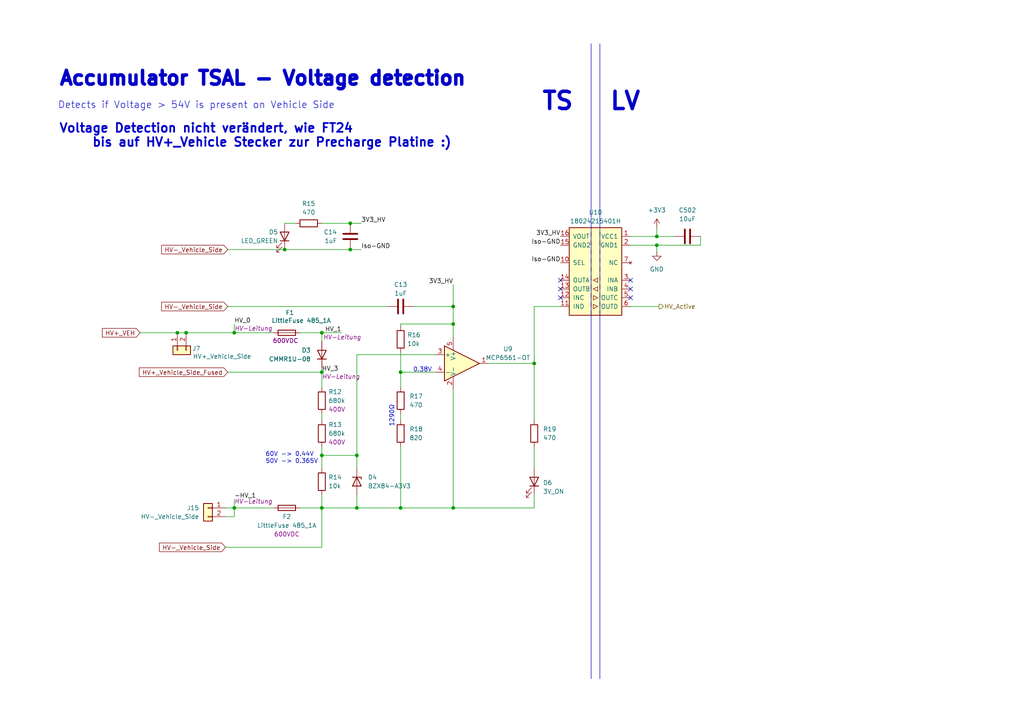
<source format=kicad_sch>
(kicad_sch
	(version 20231120)
	(generator "eeschema")
	(generator_version "8.0")
	(uuid "8187bab8-e1b7-4d6d-913a-e646585e9343")
	(paper "A4")
	(lib_symbols
		(symbol "18024215401H:18024215401H"
			(pin_names
				(offset 1.016)
			)
			(exclude_from_sim no)
			(in_bom yes)
			(on_board yes)
			(property "Reference" "U"
				(at 0 15.875 0)
				(effects
					(font
						(size 1.27 1.27)
					)
				)
			)
			(property "Value" "18024215401H"
				(at 0 13.97 0)
				(effects
					(font
						(size 1.27 1.27)
					)
				)
			)
			(property "Footprint" "Package_SO:SOIC-16W_7.5x10.3mm_P1.27mm"
				(at 0 -13.97 0)
				(effects
					(font
						(size 1.27 1.27)
						(italic yes)
					)
					(hide yes)
				)
			)
			(property "Datasheet" "https://www.we-online.com/components/products/datasheet/18024215401L.pdf"
				(at 1.27 17.78 0)
				(effects
					(font
						(size 1.27 1.27)
					)
					(hide yes)
				)
			)
			(property "Description" ""
				(at 0 0 0)
				(effects
					(font
						(size 1.27 1.27)
					)
					(hide yes)
				)
			)
			(property "ki_keywords" "4Ch Quad Digital Isolator 25Mbps"
				(at 0 0 0)
				(effects
					(font
						(size 1.27 1.27)
					)
					(hide yes)
				)
			)
			(property "ki_fp_filters" "SO*"
				(at 0 0 0)
				(effects
					(font
						(size 1.27 1.27)
					)
					(hide yes)
				)
			)
			(symbol "18024215401H_0_1"
				(rectangle
					(start -7.62 12.7)
					(end 7.62 -12.7)
					(stroke
						(width 0.254)
						(type default)
					)
					(fill
						(type background)
					)
				)
				(polyline
					(pts
						(xy -1.27 -11.43) (xy -1.27 -12.7)
					)
					(stroke
						(width 0)
						(type default)
					)
					(fill
						(type none)
					)
				)
				(polyline
					(pts
						(xy -1.27 -8.89) (xy -1.27 -10.16)
					)
					(stroke
						(width 0)
						(type default)
					)
					(fill
						(type none)
					)
				)
				(polyline
					(pts
						(xy -1.27 -6.35) (xy -1.27 -7.62)
					)
					(stroke
						(width 0)
						(type default)
					)
					(fill
						(type none)
					)
				)
				(polyline
					(pts
						(xy -1.27 -3.81) (xy -1.27 -5.08)
					)
					(stroke
						(width 0)
						(type default)
					)
					(fill
						(type none)
					)
				)
				(polyline
					(pts
						(xy -1.27 -1.27) (xy -1.27 -2.54)
					)
					(stroke
						(width 0)
						(type default)
					)
					(fill
						(type none)
					)
				)
				(polyline
					(pts
						(xy -1.27 1.27) (xy -1.27 0)
					)
					(stroke
						(width 0)
						(type default)
					)
					(fill
						(type none)
					)
				)
				(polyline
					(pts
						(xy -1.27 3.81) (xy -1.27 2.54)
					)
					(stroke
						(width 0)
						(type default)
					)
					(fill
						(type none)
					)
				)
				(polyline
					(pts
						(xy -1.27 6.35) (xy -1.27 5.08)
					)
					(stroke
						(width 0)
						(type default)
					)
					(fill
						(type none)
					)
				)
				(polyline
					(pts
						(xy -1.27 8.89) (xy -1.27 7.62)
					)
					(stroke
						(width 0)
						(type default)
					)
					(fill
						(type none)
					)
				)
				(polyline
					(pts
						(xy -1.27 11.43) (xy -1.27 10.16)
					)
					(stroke
						(width 0)
						(type default)
					)
					(fill
						(type none)
					)
				)
				(polyline
					(pts
						(xy 1.27 -11.43) (xy 1.27 -12.7)
					)
					(stroke
						(width 0)
						(type default)
					)
					(fill
						(type none)
					)
				)
				(polyline
					(pts
						(xy 1.27 -8.89) (xy 1.27 -10.16)
					)
					(stroke
						(width 0)
						(type default)
					)
					(fill
						(type none)
					)
				)
				(polyline
					(pts
						(xy 1.27 -6.35) (xy 1.27 -7.62)
					)
					(stroke
						(width 0)
						(type default)
					)
					(fill
						(type none)
					)
				)
				(polyline
					(pts
						(xy 1.27 -3.81) (xy 1.27 -5.08)
					)
					(stroke
						(width 0)
						(type default)
					)
					(fill
						(type none)
					)
				)
				(polyline
					(pts
						(xy 1.27 -1.27) (xy 1.27 -2.54)
					)
					(stroke
						(width 0)
						(type default)
					)
					(fill
						(type none)
					)
				)
				(polyline
					(pts
						(xy 1.27 1.27) (xy 1.27 0)
					)
					(stroke
						(width 0)
						(type default)
					)
					(fill
						(type none)
					)
				)
				(polyline
					(pts
						(xy 1.27 3.81) (xy 1.27 2.54)
					)
					(stroke
						(width 0)
						(type default)
					)
					(fill
						(type none)
					)
				)
				(polyline
					(pts
						(xy 1.27 6.35) (xy 1.27 5.08)
					)
					(stroke
						(width 0)
						(type default)
					)
					(fill
						(type none)
					)
				)
				(polyline
					(pts
						(xy 1.27 8.89) (xy 1.27 7.62)
					)
					(stroke
						(width 0)
						(type default)
					)
					(fill
						(type none)
					)
				)
				(polyline
					(pts
						(xy 1.27 11.43) (xy 1.27 10.16)
					)
					(stroke
						(width 0)
						(type default)
					)
					(fill
						(type none)
					)
				)
				(polyline
					(pts
						(xy -0.635 -10.16) (xy 0.635 -9.525) (xy 0.635 -10.795) (xy -0.635 -10.16)
					)
					(stroke
						(width 0)
						(type default)
					)
					(fill
						(type none)
					)
				)
				(polyline
					(pts
						(xy -0.635 -7.62) (xy 0.635 -6.985) (xy 0.635 -8.255) (xy -0.635 -7.62)
					)
					(stroke
						(width 0)
						(type default)
					)
					(fill
						(type none)
					)
				)
				(polyline
					(pts
						(xy -0.635 -4.445) (xy -0.635 -5.715) (xy 0.635 -5.08) (xy -0.635 -4.445)
					)
					(stroke
						(width 0)
						(type default)
					)
					(fill
						(type none)
					)
				)
				(polyline
					(pts
						(xy -0.635 -1.905) (xy -0.635 -3.175) (xy 0.635 -2.54) (xy -0.635 -1.905)
					)
					(stroke
						(width 0)
						(type default)
					)
					(fill
						(type none)
					)
				)
			)
			(symbol "18024215401H_1_1"
				(pin power_in line
					(at -10.16 10.16 0)
					(length 2.54)
					(name "VCC1"
						(effects
							(font
								(size 1.27 1.27)
							)
						)
					)
					(number "1"
						(effects
							(font
								(size 1.27 1.27)
							)
						)
					)
				)
				(pin input line
					(at 10.16 2.54 180)
					(length 2.54)
					(name "SEL"
						(effects
							(font
								(size 1.27 1.27)
							)
						)
					)
					(number "10"
						(effects
							(font
								(size 1.27 1.27)
							)
						)
					)
				)
				(pin input line
					(at 10.16 -10.16 180)
					(length 2.54)
					(name "IND"
						(effects
							(font
								(size 1.27 1.27)
							)
						)
					)
					(number "11"
						(effects
							(font
								(size 1.27 1.27)
							)
						)
					)
				)
				(pin input line
					(at 10.16 -7.62 180)
					(length 2.54)
					(name "INC"
						(effects
							(font
								(size 1.27 1.27)
							)
						)
					)
					(number "12"
						(effects
							(font
								(size 1.27 1.27)
							)
						)
					)
				)
				(pin output line
					(at 10.16 -5.08 180)
					(length 2.54)
					(name "OUTB"
						(effects
							(font
								(size 1.27 1.27)
							)
						)
					)
					(number "13"
						(effects
							(font
								(size 1.27 1.27)
							)
						)
					)
				)
				(pin output line
					(at 10.16 -2.54 180)
					(length 2.54)
					(name "OUTA"
						(effects
							(font
								(size 1.27 1.27)
							)
						)
					)
					(number "14"
						(effects
							(font
								(size 1.27 1.27)
							)
						)
					)
				)
				(pin power_out line
					(at 10.16 7.62 180)
					(length 2.54)
					(name "GND2"
						(effects
							(font
								(size 1.27 1.27)
							)
						)
					)
					(number "15"
						(effects
							(font
								(size 1.27 1.27)
							)
						)
					)
				)
				(pin power_out line
					(at 10.16 10.16 180)
					(length 2.54)
					(name "VOUT"
						(effects
							(font
								(size 1.27 1.27)
							)
						)
					)
					(number "16"
						(effects
							(font
								(size 1.27 1.27)
							)
						)
					)
				)
				(pin power_in line
					(at -10.16 7.62 0)
					(length 2.54)
					(name "GND1"
						(effects
							(font
								(size 1.27 1.27)
							)
						)
					)
					(number "2"
						(effects
							(font
								(size 1.27 1.27)
							)
						)
					)
				)
				(pin input line
					(at -10.16 -2.54 0)
					(length 2.54)
					(name "INA"
						(effects
							(font
								(size 1.27 1.27)
							)
						)
					)
					(number "3"
						(effects
							(font
								(size 1.27 1.27)
							)
						)
					)
				)
				(pin input line
					(at -10.16 -5.08 0)
					(length 2.54)
					(name "INB"
						(effects
							(font
								(size 1.27 1.27)
							)
						)
					)
					(number "4"
						(effects
							(font
								(size 1.27 1.27)
							)
						)
					)
				)
				(pin output line
					(at -10.16 -7.62 0)
					(length 2.54)
					(name "OUTC"
						(effects
							(font
								(size 1.27 1.27)
							)
						)
					)
					(number "5"
						(effects
							(font
								(size 1.27 1.27)
							)
						)
					)
				)
				(pin output line
					(at -10.16 -10.16 0)
					(length 2.54)
					(name "OUTD"
						(effects
							(font
								(size 1.27 1.27)
							)
						)
					)
					(number "6"
						(effects
							(font
								(size 1.27 1.27)
							)
						)
					)
				)
				(pin no_connect line
					(at -10.16 2.54 0)
					(length 2.54)
					(name "NC"
						(effects
							(font
								(size 1.27 1.27)
							)
						)
					)
					(number "7"
						(effects
							(font
								(size 1.27 1.27)
							)
						)
					)
				)
				(pin power_in line
					(at -10.16 7.62 0)
					(length 2.54) hide
					(name "GND1"
						(effects
							(font
								(size 1.27 1.27)
							)
						)
					)
					(number "8"
						(effects
							(font
								(size 1.27 1.27)
							)
						)
					)
				)
				(pin power_out line
					(at 10.16 7.62 180)
					(length 2.54) hide
					(name "GND2"
						(effects
							(font
								(size 1.27 1.27)
							)
						)
					)
					(number "9"
						(effects
							(font
								(size 1.27 1.27)
							)
						)
					)
				)
			)
		)
		(symbol "Comparator:MCP6561-OT"
			(pin_names
				(offset 0.127)
			)
			(exclude_from_sim no)
			(in_bom yes)
			(on_board yes)
			(property "Reference" "U"
				(at -1.27 6.35 0)
				(effects
					(font
						(size 1.27 1.27)
					)
					(justify left)
				)
			)
			(property "Value" "MCP6561-OT"
				(at -1.27 3.81 0)
				(effects
					(font
						(size 1.27 1.27)
					)
					(justify left)
				)
			)
			(property "Footprint" "Package_TO_SOT_SMD:SOT-23-5"
				(at -2.54 -5.08 0)
				(effects
					(font
						(size 1.27 1.27)
					)
					(justify left)
					(hide yes)
				)
			)
			(property "Datasheet" "http://ww1.microchip.com/downloads/en/DeviceDoc/MCP6561-1R-1U-2-4-1.8V-Low-Power-Push-Pull-Output-Comparator-DS20002139E.pdf"
				(at 0 5.08 0)
				(effects
					(font
						(size 1.27 1.27)
					)
					(hide yes)
				)
			)
			(property "Description" "Single 1.8V Low-Power Push-Pull Output Comparator, SOT-23-5"
				(at 0 0 0)
				(effects
					(font
						(size 1.27 1.27)
					)
					(hide yes)
				)
			)
			(property "ki_keywords" "cmp"
				(at 0 0 0)
				(effects
					(font
						(size 1.27 1.27)
					)
					(hide yes)
				)
			)
			(property "ki_fp_filters" "SOT?23*"
				(at 0 0 0)
				(effects
					(font
						(size 1.27 1.27)
					)
					(hide yes)
				)
			)
			(symbol "MCP6561-OT_0_1"
				(polyline
					(pts
						(xy -5.08 5.08) (xy 5.08 0) (xy -5.08 -5.08) (xy -5.08 5.08)
					)
					(stroke
						(width 0.254)
						(type default)
					)
					(fill
						(type background)
					)
				)
				(pin power_in line
					(at -2.54 -7.62 90)
					(length 3.81)
					(name "V-"
						(effects
							(font
								(size 1.27 1.27)
							)
						)
					)
					(number "2"
						(effects
							(font
								(size 1.27 1.27)
							)
						)
					)
				)
				(pin power_in line
					(at -2.54 7.62 270)
					(length 3.81)
					(name "V+"
						(effects
							(font
								(size 1.27 1.27)
							)
						)
					)
					(number "5"
						(effects
							(font
								(size 1.27 1.27)
							)
						)
					)
				)
			)
			(symbol "MCP6561-OT_1_1"
				(pin output line
					(at 7.62 0 180)
					(length 2.54)
					(name "~"
						(effects
							(font
								(size 1.27 1.27)
							)
						)
					)
					(number "1"
						(effects
							(font
								(size 1.27 1.27)
							)
						)
					)
				)
				(pin input line
					(at -7.62 2.54 0)
					(length 2.54)
					(name "+"
						(effects
							(font
								(size 1.27 1.27)
							)
						)
					)
					(number "3"
						(effects
							(font
								(size 1.27 1.27)
							)
						)
					)
				)
				(pin input line
					(at -7.62 -2.54 0)
					(length 2.54)
					(name "-"
						(effects
							(font
								(size 1.27 1.27)
							)
						)
					)
					(number "4"
						(effects
							(font
								(size 1.27 1.27)
							)
						)
					)
				)
			)
		)
		(symbol "Connector_Generic:Conn_01x02"
			(pin_names
				(offset 1.016) hide)
			(exclude_from_sim no)
			(in_bom yes)
			(on_board yes)
			(property "Reference" "J"
				(at 0 2.54 0)
				(effects
					(font
						(size 1.27 1.27)
					)
				)
			)
			(property "Value" "Conn_01x02"
				(at 0 -5.08 0)
				(effects
					(font
						(size 1.27 1.27)
					)
				)
			)
			(property "Footprint" ""
				(at 0 0 0)
				(effects
					(font
						(size 1.27 1.27)
					)
					(hide yes)
				)
			)
			(property "Datasheet" "~"
				(at 0 0 0)
				(effects
					(font
						(size 1.27 1.27)
					)
					(hide yes)
				)
			)
			(property "Description" "Generic connector, single row, 01x02, script generated (kicad-library-utils/schlib/autogen/connector/)"
				(at 0 0 0)
				(effects
					(font
						(size 1.27 1.27)
					)
					(hide yes)
				)
			)
			(property "ki_keywords" "connector"
				(at 0 0 0)
				(effects
					(font
						(size 1.27 1.27)
					)
					(hide yes)
				)
			)
			(property "ki_fp_filters" "Connector*:*_1x??_*"
				(at 0 0 0)
				(effects
					(font
						(size 1.27 1.27)
					)
					(hide yes)
				)
			)
			(symbol "Conn_01x02_1_1"
				(rectangle
					(start -1.27 -2.413)
					(end 0 -2.667)
					(stroke
						(width 0.1524)
						(type default)
					)
					(fill
						(type none)
					)
				)
				(rectangle
					(start -1.27 0.127)
					(end 0 -0.127)
					(stroke
						(width 0.1524)
						(type default)
					)
					(fill
						(type none)
					)
				)
				(rectangle
					(start -1.27 1.27)
					(end 1.27 -3.81)
					(stroke
						(width 0.254)
						(type default)
					)
					(fill
						(type background)
					)
				)
				(pin passive line
					(at -5.08 0 0)
					(length 3.81)
					(name "Pin_1"
						(effects
							(font
								(size 1.27 1.27)
							)
						)
					)
					(number "1"
						(effects
							(font
								(size 1.27 1.27)
							)
						)
					)
				)
				(pin passive line
					(at -5.08 -2.54 0)
					(length 3.81)
					(name "Pin_2"
						(effects
							(font
								(size 1.27 1.27)
							)
						)
					)
					(number "2"
						(effects
							(font
								(size 1.27 1.27)
							)
						)
					)
				)
			)
		)
		(symbol "Device:C"
			(pin_numbers hide)
			(pin_names
				(offset 0.254)
			)
			(exclude_from_sim no)
			(in_bom yes)
			(on_board yes)
			(property "Reference" "C"
				(at 0.635 2.54 0)
				(effects
					(font
						(size 1.27 1.27)
					)
					(justify left)
				)
			)
			(property "Value" "C"
				(at 0.635 -2.54 0)
				(effects
					(font
						(size 1.27 1.27)
					)
					(justify left)
				)
			)
			(property "Footprint" ""
				(at 0.9652 -3.81 0)
				(effects
					(font
						(size 1.27 1.27)
					)
					(hide yes)
				)
			)
			(property "Datasheet" "~"
				(at 0 0 0)
				(effects
					(font
						(size 1.27 1.27)
					)
					(hide yes)
				)
			)
			(property "Description" "Unpolarized capacitor"
				(at 0 0 0)
				(effects
					(font
						(size 1.27 1.27)
					)
					(hide yes)
				)
			)
			(property "ki_keywords" "cap capacitor"
				(at 0 0 0)
				(effects
					(font
						(size 1.27 1.27)
					)
					(hide yes)
				)
			)
			(property "ki_fp_filters" "C_*"
				(at 0 0 0)
				(effects
					(font
						(size 1.27 1.27)
					)
					(hide yes)
				)
			)
			(symbol "C_0_1"
				(polyline
					(pts
						(xy -2.032 -0.762) (xy 2.032 -0.762)
					)
					(stroke
						(width 0.508)
						(type default)
					)
					(fill
						(type none)
					)
				)
				(polyline
					(pts
						(xy -2.032 0.762) (xy 2.032 0.762)
					)
					(stroke
						(width 0.508)
						(type default)
					)
					(fill
						(type none)
					)
				)
			)
			(symbol "C_1_1"
				(pin passive line
					(at 0 3.81 270)
					(length 2.794)
					(name "~"
						(effects
							(font
								(size 1.27 1.27)
							)
						)
					)
					(number "1"
						(effects
							(font
								(size 1.27 1.27)
							)
						)
					)
				)
				(pin passive line
					(at 0 -3.81 90)
					(length 2.794)
					(name "~"
						(effects
							(font
								(size 1.27 1.27)
							)
						)
					)
					(number "2"
						(effects
							(font
								(size 1.27 1.27)
							)
						)
					)
				)
			)
		)
		(symbol "Device:LED"
			(pin_numbers hide)
			(pin_names
				(offset 1.016) hide)
			(exclude_from_sim no)
			(in_bom yes)
			(on_board yes)
			(property "Reference" "D"
				(at 0 2.54 0)
				(effects
					(font
						(size 1.27 1.27)
					)
				)
			)
			(property "Value" "LED"
				(at 0 -2.54 0)
				(effects
					(font
						(size 1.27 1.27)
					)
				)
			)
			(property "Footprint" ""
				(at 0 0 0)
				(effects
					(font
						(size 1.27 1.27)
					)
					(hide yes)
				)
			)
			(property "Datasheet" "~"
				(at 0 0 0)
				(effects
					(font
						(size 1.27 1.27)
					)
					(hide yes)
				)
			)
			(property "Description" "Light emitting diode"
				(at 0 0 0)
				(effects
					(font
						(size 1.27 1.27)
					)
					(hide yes)
				)
			)
			(property "ki_keywords" "LED diode"
				(at 0 0 0)
				(effects
					(font
						(size 1.27 1.27)
					)
					(hide yes)
				)
			)
			(property "ki_fp_filters" "LED* LED_SMD:* LED_THT:*"
				(at 0 0 0)
				(effects
					(font
						(size 1.27 1.27)
					)
					(hide yes)
				)
			)
			(symbol "LED_0_1"
				(polyline
					(pts
						(xy -1.27 -1.27) (xy -1.27 1.27)
					)
					(stroke
						(width 0.254)
						(type default)
					)
					(fill
						(type none)
					)
				)
				(polyline
					(pts
						(xy -1.27 0) (xy 1.27 0)
					)
					(stroke
						(width 0)
						(type default)
					)
					(fill
						(type none)
					)
				)
				(polyline
					(pts
						(xy 1.27 -1.27) (xy 1.27 1.27) (xy -1.27 0) (xy 1.27 -1.27)
					)
					(stroke
						(width 0.254)
						(type default)
					)
					(fill
						(type none)
					)
				)
				(polyline
					(pts
						(xy -3.048 -0.762) (xy -4.572 -2.286) (xy -3.81 -2.286) (xy -4.572 -2.286) (xy -4.572 -1.524)
					)
					(stroke
						(width 0)
						(type default)
					)
					(fill
						(type none)
					)
				)
				(polyline
					(pts
						(xy -1.778 -0.762) (xy -3.302 -2.286) (xy -2.54 -2.286) (xy -3.302 -2.286) (xy -3.302 -1.524)
					)
					(stroke
						(width 0)
						(type default)
					)
					(fill
						(type none)
					)
				)
			)
			(symbol "LED_1_1"
				(pin passive line
					(at -3.81 0 0)
					(length 2.54)
					(name "K"
						(effects
							(font
								(size 1.27 1.27)
							)
						)
					)
					(number "1"
						(effects
							(font
								(size 1.27 1.27)
							)
						)
					)
				)
				(pin passive line
					(at 3.81 0 180)
					(length 2.54)
					(name "A"
						(effects
							(font
								(size 1.27 1.27)
							)
						)
					)
					(number "2"
						(effects
							(font
								(size 1.27 1.27)
							)
						)
					)
				)
			)
		)
		(symbol "Device:R"
			(pin_numbers hide)
			(pin_names
				(offset 0)
			)
			(exclude_from_sim no)
			(in_bom yes)
			(on_board yes)
			(property "Reference" "R"
				(at 2.032 0 90)
				(effects
					(font
						(size 1.27 1.27)
					)
				)
			)
			(property "Value" "R"
				(at 0 0 90)
				(effects
					(font
						(size 1.27 1.27)
					)
				)
			)
			(property "Footprint" ""
				(at -1.778 0 90)
				(effects
					(font
						(size 1.27 1.27)
					)
					(hide yes)
				)
			)
			(property "Datasheet" "~"
				(at 0 0 0)
				(effects
					(font
						(size 1.27 1.27)
					)
					(hide yes)
				)
			)
			(property "Description" "Resistor"
				(at 0 0 0)
				(effects
					(font
						(size 1.27 1.27)
					)
					(hide yes)
				)
			)
			(property "ki_keywords" "R res resistor"
				(at 0 0 0)
				(effects
					(font
						(size 1.27 1.27)
					)
					(hide yes)
				)
			)
			(property "ki_fp_filters" "R_*"
				(at 0 0 0)
				(effects
					(font
						(size 1.27 1.27)
					)
					(hide yes)
				)
			)
			(symbol "R_0_1"
				(rectangle
					(start -1.016 -2.54)
					(end 1.016 2.54)
					(stroke
						(width 0.254)
						(type default)
					)
					(fill
						(type none)
					)
				)
			)
			(symbol "R_1_1"
				(pin passive line
					(at 0 3.81 270)
					(length 1.27)
					(name "~"
						(effects
							(font
								(size 1.27 1.27)
							)
						)
					)
					(number "1"
						(effects
							(font
								(size 1.27 1.27)
							)
						)
					)
				)
				(pin passive line
					(at 0 -3.81 90)
					(length 1.27)
					(name "~"
						(effects
							(font
								(size 1.27 1.27)
							)
						)
					)
					(number "2"
						(effects
							(font
								(size 1.27 1.27)
							)
						)
					)
				)
			)
		)
		(symbol "FaSTTUBe_Fuses:485_1A"
			(pin_numbers hide)
			(pin_names
				(offset 0)
			)
			(exclude_from_sim no)
			(in_bom yes)
			(on_board yes)
			(property "Reference" "F"
				(at 2.032 0 90)
				(effects
					(font
						(size 1.27 1.27)
					)
				)
			)
			(property "Value" "485_1A"
				(at -5.08 0 90)
				(effects
					(font
						(size 1.27 1.27)
					)
				)
			)
			(property "Footprint" "FaSTTUBe_Fuses:Littelfuse_485"
				(at 5.08 0 90)
				(effects
					(font
						(size 1.27 1.27)
					)
					(hide yes)
				)
			)
			(property "Datasheet" "~"
				(at 0 0 0)
				(effects
					(font
						(size 1.27 1.27)
					)
					(hide yes)
				)
			)
			(property "Description" "Littelfuse 485 Series 600Vdc, 1A"
				(at 0 0 0)
				(effects
					(font
						(size 1.27 1.27)
					)
					(hide yes)
				)
			)
			(property "Voltage" "600VDC"
				(at -2.54 0 90)
				(effects
					(font
						(size 1.27 1.27)
					)
				)
			)
			(property "ki_keywords" "fuse"
				(at 0 0 0)
				(effects
					(font
						(size 1.27 1.27)
					)
					(hide yes)
				)
			)
			(property "ki_fp_filters" "*Fuse*"
				(at 0 0 0)
				(effects
					(font
						(size 1.27 1.27)
					)
					(hide yes)
				)
			)
			(symbol "485_1A_0_1"
				(rectangle
					(start -0.762 -2.54)
					(end 0.762 2.54)
					(stroke
						(width 0.254)
						(type default)
					)
					(fill
						(type none)
					)
				)
				(polyline
					(pts
						(xy 0 2.54) (xy 0 -2.54)
					)
					(stroke
						(width 0)
						(type default)
					)
					(fill
						(type none)
					)
				)
			)
			(symbol "485_1A_1_1"
				(pin passive line
					(at 0 3.81 270)
					(length 1.27)
					(name "~"
						(effects
							(font
								(size 1.27 1.27)
							)
						)
					)
					(number "1"
						(effects
							(font
								(size 1.27 1.27)
							)
						)
					)
				)
				(pin passive line
					(at 0 -3.81 90)
					(length 1.27)
					(name "~"
						(effects
							(font
								(size 1.27 1.27)
							)
						)
					)
					(number "2"
						(effects
							(font
								(size 1.27 1.27)
							)
						)
					)
				)
			)
		)
		(symbol "HV_Indicator:CMMR1U-08"
			(pin_numbers hide)
			(pin_names
				(offset 1.016) hide)
			(exclude_from_sim no)
			(in_bom yes)
			(on_board yes)
			(property "Reference" "D"
				(at 0 2.54 0)
				(effects
					(font
						(size 1.27 1.27)
					)
				)
			)
			(property "Value" "CMMR1U-08"
				(at 0 -2.54 0)
				(effects
					(font
						(size 1.27 1.27)
					)
				)
			)
			(property "Footprint" "Diode_SMD:D_SOD-123F"
				(at 0 0 0)
				(effects
					(font
						(size 1.27 1.27)
					)
					(hide yes)
				)
			)
			(property "Datasheet" "https://www.mouser.de/datasheet/2/68/CSEMS02975_1-2539073.pdf"
				(at 0 0 0)
				(effects
					(font
						(size 1.27 1.27)
					)
					(hide yes)
				)
			)
			(property "Description" "Diode, Vr=800V, I=1.0A"
				(at 0 0 0)
				(effects
					(font
						(size 1.27 1.27)
					)
					(hide yes)
				)
			)
			(property "ki_keywords" "diode"
				(at 0 0 0)
				(effects
					(font
						(size 1.27 1.27)
					)
					(hide yes)
				)
			)
			(property "ki_fp_filters" "TO-???* *_Diode_* *SingleDiode* D_*"
				(at 0 0 0)
				(effects
					(font
						(size 1.27 1.27)
					)
					(hide yes)
				)
			)
			(symbol "CMMR1U-08_0_1"
				(polyline
					(pts
						(xy -1.27 1.27) (xy -1.27 -1.27)
					)
					(stroke
						(width 0.254)
						(type default)
					)
					(fill
						(type none)
					)
				)
				(polyline
					(pts
						(xy 1.27 0) (xy -1.27 0)
					)
					(stroke
						(width 0)
						(type default)
					)
					(fill
						(type none)
					)
				)
				(polyline
					(pts
						(xy 1.27 1.27) (xy 1.27 -1.27) (xy -1.27 0) (xy 1.27 1.27)
					)
					(stroke
						(width 0.254)
						(type default)
					)
					(fill
						(type none)
					)
				)
			)
			(symbol "CMMR1U-08_1_1"
				(pin passive line
					(at -3.81 0 0)
					(length 2.54)
					(name "K"
						(effects
							(font
								(size 1.27 1.27)
							)
						)
					)
					(number "1"
						(effects
							(font
								(size 1.27 1.27)
							)
						)
					)
				)
				(pin passive line
					(at 3.81 0 180)
					(length 2.54)
					(name "A"
						(effects
							(font
								(size 1.27 1.27)
							)
						)
					)
					(number "2"
						(effects
							(font
								(size 1.27 1.27)
							)
						)
					)
				)
			)
		)
		(symbol "Master:BZX84-A5V1"
			(pin_numbers hide)
			(pin_names
				(offset 1.016) hide)
			(exclude_from_sim no)
			(in_bom yes)
			(on_board yes)
			(property "Reference" "D"
				(at 0 2.54 0)
				(effects
					(font
						(size 1.27 1.27)
					)
				)
			)
			(property "Value" "BZX84-A5V1"
				(at 0 -2.54 0)
				(effects
					(font
						(size 1.27 1.27)
					)
				)
			)
			(property "Footprint" "Package_TO_SOT_SMD:SOT-23-3"
				(at 0 5.08 0)
				(effects
					(font
						(size 1.27 1.27)
					)
					(hide yes)
				)
			)
			(property "Datasheet" "~"
				(at 0 0 0)
				(effects
					(font
						(size 1.27 1.27)
					)
					(hide yes)
				)
			)
			(property "Description" "Zener diode 5.1V SOT-23"
				(at 0 0 0)
				(effects
					(font
						(size 1.27 1.27)
					)
					(hide yes)
				)
			)
			(property "ki_keywords" "diode"
				(at 0 0 0)
				(effects
					(font
						(size 1.27 1.27)
					)
					(hide yes)
				)
			)
			(property "ki_fp_filters" "TO-???* *_Diode_* *SingleDiode* D_*"
				(at 0 0 0)
				(effects
					(font
						(size 1.27 1.27)
					)
					(hide yes)
				)
			)
			(symbol "BZX84-A5V1_0_1"
				(polyline
					(pts
						(xy 1.27 0) (xy -1.27 0)
					)
					(stroke
						(width 0)
						(type default)
					)
					(fill
						(type none)
					)
				)
				(polyline
					(pts
						(xy -1.27 -1.27) (xy -1.27 1.27) (xy -0.762 1.27)
					)
					(stroke
						(width 0.254)
						(type default)
					)
					(fill
						(type none)
					)
				)
				(polyline
					(pts
						(xy 1.27 -1.27) (xy 1.27 1.27) (xy -1.27 0) (xy 1.27 -1.27)
					)
					(stroke
						(width 0.254)
						(type default)
					)
					(fill
						(type none)
					)
				)
			)
			(symbol "BZX84-A5V1_1_1"
				(pin passive line
					(at 3.81 0 180)
					(length 2.54)
					(name "A"
						(effects
							(font
								(size 1.27 1.27)
							)
						)
					)
					(number "1"
						(effects
							(font
								(size 1.27 1.27)
							)
						)
					)
				)
				(pin passive line
					(at -3.81 0 0)
					(length 2.54)
					(name "K"
						(effects
							(font
								(size 1.27 1.27)
							)
						)
					)
					(number "3"
						(effects
							(font
								(size 1.27 1.27)
							)
						)
					)
				)
			)
		)
		(symbol "power:+3V3"
			(power)
			(pin_numbers hide)
			(pin_names
				(offset 0) hide)
			(exclude_from_sim no)
			(in_bom yes)
			(on_board yes)
			(property "Reference" "#PWR"
				(at 0 -3.81 0)
				(effects
					(font
						(size 1.27 1.27)
					)
					(hide yes)
				)
			)
			(property "Value" "+3V3"
				(at 0 3.556 0)
				(effects
					(font
						(size 1.27 1.27)
					)
				)
			)
			(property "Footprint" ""
				(at 0 0 0)
				(effects
					(font
						(size 1.27 1.27)
					)
					(hide yes)
				)
			)
			(property "Datasheet" ""
				(at 0 0 0)
				(effects
					(font
						(size 1.27 1.27)
					)
					(hide yes)
				)
			)
			(property "Description" "Power symbol creates a global label with name \"+3V3\""
				(at 0 0 0)
				(effects
					(font
						(size 1.27 1.27)
					)
					(hide yes)
				)
			)
			(property "ki_keywords" "global power"
				(at 0 0 0)
				(effects
					(font
						(size 1.27 1.27)
					)
					(hide yes)
				)
			)
			(symbol "+3V3_0_1"
				(polyline
					(pts
						(xy -0.762 1.27) (xy 0 2.54)
					)
					(stroke
						(width 0)
						(type default)
					)
					(fill
						(type none)
					)
				)
				(polyline
					(pts
						(xy 0 0) (xy 0 2.54)
					)
					(stroke
						(width 0)
						(type default)
					)
					(fill
						(type none)
					)
				)
				(polyline
					(pts
						(xy 0 2.54) (xy 0.762 1.27)
					)
					(stroke
						(width 0)
						(type default)
					)
					(fill
						(type none)
					)
				)
			)
			(symbol "+3V3_1_1"
				(pin power_in line
					(at 0 0 90)
					(length 0)
					(name "~"
						(effects
							(font
								(size 1.27 1.27)
							)
						)
					)
					(number "1"
						(effects
							(font
								(size 1.27 1.27)
							)
						)
					)
				)
			)
		)
		(symbol "power:GND"
			(power)
			(pin_numbers hide)
			(pin_names
				(offset 0) hide)
			(exclude_from_sim no)
			(in_bom yes)
			(on_board yes)
			(property "Reference" "#PWR"
				(at 0 -6.35 0)
				(effects
					(font
						(size 1.27 1.27)
					)
					(hide yes)
				)
			)
			(property "Value" "GND"
				(at 0 -3.81 0)
				(effects
					(font
						(size 1.27 1.27)
					)
				)
			)
			(property "Footprint" ""
				(at 0 0 0)
				(effects
					(font
						(size 1.27 1.27)
					)
					(hide yes)
				)
			)
			(property "Datasheet" ""
				(at 0 0 0)
				(effects
					(font
						(size 1.27 1.27)
					)
					(hide yes)
				)
			)
			(property "Description" "Power symbol creates a global label with name \"GND\" , ground"
				(at 0 0 0)
				(effects
					(font
						(size 1.27 1.27)
					)
					(hide yes)
				)
			)
			(property "ki_keywords" "global power"
				(at 0 0 0)
				(effects
					(font
						(size 1.27 1.27)
					)
					(hide yes)
				)
			)
			(symbol "GND_0_1"
				(polyline
					(pts
						(xy 0 0) (xy 0 -1.27) (xy 1.27 -1.27) (xy 0 -2.54) (xy -1.27 -1.27) (xy 0 -1.27)
					)
					(stroke
						(width 0)
						(type default)
					)
					(fill
						(type none)
					)
				)
			)
			(symbol "GND_1_1"
				(pin power_in line
					(at 0 0 270)
					(length 0)
					(name "~"
						(effects
							(font
								(size 1.27 1.27)
							)
						)
					)
					(number "1"
						(effects
							(font
								(size 1.27 1.27)
							)
						)
					)
				)
			)
		)
	)
	(junction
		(at 82.55 72.39)
		(diameter 0)
		(color 0 0 0 0)
		(uuid "1325e657-369f-435e-b5c6-ae9c7bd78753")
	)
	(junction
		(at 154.94 105.41)
		(diameter 0)
		(color 0 0 0 0)
		(uuid "19e8c8de-0c21-4c0a-b36c-50c48d583931")
	)
	(junction
		(at 67.945 147.32)
		(diameter 0)
		(color 0 0 0 0)
		(uuid "30e037c0-ec6c-4383-8183-fad876dae8b9")
	)
	(junction
		(at 93.345 96.52)
		(diameter 0)
		(color 0 0 0 0)
		(uuid "34bd49f2-5041-4bb0-a27c-151d30bd8696")
	)
	(junction
		(at 93.345 132.08)
		(diameter 0)
		(color 0 0 0 0)
		(uuid "35d2d975-3a6e-4239-83ae-36b1e56b1957")
	)
	(junction
		(at 103.505 147.32)
		(diameter 0)
		(color 0 0 0 0)
		(uuid "413ec718-fa89-4703-9c8d-09a4b10d0deb")
	)
	(junction
		(at 101.6 72.39)
		(diameter 0)
		(color 0 0 0 0)
		(uuid "4624e293-7147-42ca-8e20-d305bef4eaed")
	)
	(junction
		(at 190.5 71.12)
		(diameter 0)
		(color 0 0 0 0)
		(uuid "79d78e7c-287a-4e2c-8ce1-0c24689409b6")
	)
	(junction
		(at 116.205 107.95)
		(diameter 0)
		(color 0 0 0 0)
		(uuid "7ef8a700-6824-464a-82f0-67a6cd2c1637")
	)
	(junction
		(at 103.505 132.08)
		(diameter 0)
		(color 0 0 0 0)
		(uuid "8136cb26-46df-4cdc-aa10-a06cd5f81d23")
	)
	(junction
		(at 101.6 64.77)
		(diameter 0)
		(color 0 0 0 0)
		(uuid "859a292d-6680-4e43-8386-1557650bfcd2")
	)
	(junction
		(at 53.975 96.52)
		(diameter 0)
		(color 0 0 0 0)
		(uuid "8d95ff43-309e-4140-b9e8-214ba15497ca")
	)
	(junction
		(at 93.345 107.95)
		(diameter 0)
		(color 0 0 0 0)
		(uuid "a0ea94e8-b4cb-46da-970d-91cdc27af821")
	)
	(junction
		(at 131.445 88.9)
		(diameter 0)
		(color 0 0 0 0)
		(uuid "c149ca5f-573b-495a-b4c7-8242706c9694")
	)
	(junction
		(at 93.345 147.32)
		(diameter 0)
		(color 0 0 0 0)
		(uuid "d4876746-bddf-46b2-8308-5d3ee9bb08f6")
	)
	(junction
		(at 51.435 96.52)
		(diameter 0)
		(color 0 0 0 0)
		(uuid "d83d1062-340b-413d-b95f-783df3cc801f")
	)
	(junction
		(at 131.445 93.98)
		(diameter 0)
		(color 0 0 0 0)
		(uuid "d9f8f98a-d96e-49d3-9fcd-c69116b8d94f")
	)
	(junction
		(at 67.945 96.52)
		(diameter 0)
		(color 0 0 0 0)
		(uuid "dee3800d-ec57-45fc-aaf9-ce39fbf2f1ed")
	)
	(junction
		(at 131.445 147.32)
		(diameter 0)
		(color 0 0 0 0)
		(uuid "e505938e-ceac-43df-94bf-e742f37365b9")
	)
	(junction
		(at 190.5 68.58)
		(diameter 0)
		(color 0 0 0 0)
		(uuid "f7c59671-7bcf-4bb5-95f8-a60f381f98d8")
	)
	(junction
		(at 116.205 147.32)
		(diameter 0)
		(color 0 0 0 0)
		(uuid "fcaed05c-44c1-4949-b336-a52ac1bd93da")
	)
	(no_connect
		(at 182.88 86.36)
		(uuid "0dd732aa-7d7b-47ff-9deb-4314060d8f22")
	)
	(no_connect
		(at 182.88 81.28)
		(uuid "2d061b53-8e34-4d27-80fe-662b5274d1b5")
	)
	(no_connect
		(at 162.56 86.36)
		(uuid "4eb71446-8cdf-4494-973a-b117ed749cbe")
	)
	(no_connect
		(at 182.88 83.82)
		(uuid "91ca37eb-bf0a-43b9-a9b2-1422145facff")
	)
	(no_connect
		(at 162.56 81.28)
		(uuid "9a4c7fb7-9a24-411f-92d9-d98777e5cb82")
	)
	(no_connect
		(at 162.56 83.82)
		(uuid "b8d406f0-02fd-4769-a835-5c8ab5231f9d")
	)
	(wire
		(pts
			(xy 67.945 147.32) (xy 65.405 147.32)
		)
		(stroke
			(width 0)
			(type default)
		)
		(uuid "0361bab7-301d-4ff8-b817-d3d9412d62ed")
	)
	(wire
		(pts
			(xy 182.88 88.9) (xy 191.135 88.9)
		)
		(stroke
			(width 0)
			(type default)
		)
		(uuid "0e2b7d8a-cf7c-49d7-8ff5-32656e626f03")
	)
	(wire
		(pts
			(xy 93.345 132.08) (xy 93.345 135.89)
		)
		(stroke
			(width 0)
			(type default)
		)
		(uuid "0ecad4b2-3831-495f-ba64-88f071d07fe1")
	)
	(wire
		(pts
			(xy 203.2 68.58) (xy 203.2 71.12)
		)
		(stroke
			(width 0)
			(type default)
		)
		(uuid "1027b0d4-9ace-4045-8cc8-9e532be77986")
	)
	(wire
		(pts
			(xy 141.605 105.41) (xy 154.94 105.41)
		)
		(stroke
			(width 0)
			(type default)
		)
		(uuid "11a2cce3-24f5-4f87-9bc2-b6f240fd1eea")
	)
	(wire
		(pts
			(xy 120.015 88.9) (xy 131.445 88.9)
		)
		(stroke
			(width 0)
			(type default)
		)
		(uuid "148a1fc6-5b2e-4fb0-9f02-f2fd12c7eeda")
	)
	(wire
		(pts
			(xy 154.94 88.9) (xy 154.94 105.41)
		)
		(stroke
			(width 0)
			(type default)
		)
		(uuid "159f13ac-c311-45a2-a750-83c3e03bf54d")
	)
	(wire
		(pts
			(xy 40.64 96.52) (xy 51.435 96.52)
		)
		(stroke
			(width 0)
			(type default)
		)
		(uuid "1a712c2e-65f9-428e-bcc1-88d4af2c3658")
	)
	(wire
		(pts
			(xy 190.5 66.04) (xy 190.5 68.58)
		)
		(stroke
			(width 0)
			(type default)
		)
		(uuid "21d67a3d-8e7d-4397-9b38-790822ba0dac")
	)
	(wire
		(pts
			(xy 116.205 129.54) (xy 116.205 147.32)
		)
		(stroke
			(width 0)
			(type default)
		)
		(uuid "23a694be-24cd-4818-a054-74dc33e59190")
	)
	(wire
		(pts
			(xy 67.945 93.98) (xy 67.945 96.52)
		)
		(stroke
			(width 0)
			(type default)
		)
		(uuid "29ae49d7-eae1-4128-9199-f331e01a919e")
	)
	(wire
		(pts
			(xy 154.94 135.89) (xy 154.94 129.54)
		)
		(stroke
			(width 0)
			(type default)
		)
		(uuid "2da52933-738d-4070-9ea4-7dbe5b88f36b")
	)
	(wire
		(pts
			(xy 103.505 132.08) (xy 103.505 135.89)
		)
		(stroke
			(width 0)
			(type default)
		)
		(uuid "31cc6249-0a6f-40b9-ba97-f49003b36ddc")
	)
	(wire
		(pts
			(xy 116.205 93.98) (xy 131.445 93.98)
		)
		(stroke
			(width 0)
			(type default)
		)
		(uuid "33948630-503f-4368-b5a1-4133118a8043")
	)
	(wire
		(pts
			(xy 99.06 96.52) (xy 93.345 96.52)
		)
		(stroke
			(width 0)
			(type default)
		)
		(uuid "34f9b0d2-ec9b-49d7-ab0c-0c9ac818b294")
	)
	(wire
		(pts
			(xy 93.345 147.32) (xy 93.345 143.51)
		)
		(stroke
			(width 0)
			(type default)
		)
		(uuid "3aef293e-1861-4ec0-9bc4-205a1d145ba1")
	)
	(wire
		(pts
			(xy 116.205 147.32) (xy 103.505 147.32)
		)
		(stroke
			(width 0)
			(type default)
		)
		(uuid "3c0003ad-a5c9-45bf-9144-b7c98ea84450")
	)
	(wire
		(pts
			(xy 154.94 105.41) (xy 154.94 121.92)
		)
		(stroke
			(width 0)
			(type default)
		)
		(uuid "48c33060-13ab-4a0c-8b6f-dd71539a3e75")
	)
	(wire
		(pts
			(xy 154.94 147.32) (xy 131.445 147.32)
		)
		(stroke
			(width 0)
			(type default)
		)
		(uuid "4ace33fb-be7d-44da-91ba-9c52bd2d239f")
	)
	(wire
		(pts
			(xy 182.88 68.58) (xy 190.5 68.58)
		)
		(stroke
			(width 0)
			(type default)
		)
		(uuid "4f1dcd1a-b07e-41cd-95ff-4337ef2ff885")
	)
	(wire
		(pts
			(xy 65.405 158.75) (xy 93.345 158.75)
		)
		(stroke
			(width 0)
			(type default)
		)
		(uuid "51b5773d-3c81-45d5-b7a7-3526577ae096")
	)
	(wire
		(pts
			(xy 82.55 72.39) (xy 101.6 72.39)
		)
		(stroke
			(width 0)
			(type default)
		)
		(uuid "530ec4e8-8939-4a0d-a2c6-84210ea10aab")
	)
	(wire
		(pts
			(xy 116.205 107.95) (xy 116.205 112.395)
		)
		(stroke
			(width 0)
			(type default)
		)
		(uuid "55168837-12ba-4f5f-b964-c6c016db7172")
	)
	(wire
		(pts
			(xy 131.445 113.03) (xy 131.445 147.32)
		)
		(stroke
			(width 0)
			(type default)
		)
		(uuid "58d0f5d9-ddfb-4a7b-a8a2-3b996ecb56f1")
	)
	(wire
		(pts
			(xy 116.205 94.615) (xy 116.205 93.98)
		)
		(stroke
			(width 0)
			(type default)
		)
		(uuid "5b486108-9d8a-43a8-b5f5-620fca28ef5c")
	)
	(wire
		(pts
			(xy 154.94 143.51) (xy 154.94 147.32)
		)
		(stroke
			(width 0)
			(type default)
		)
		(uuid "636f8c75-4e11-4e4a-a19d-0fa69dfbf322")
	)
	(wire
		(pts
			(xy 112.395 88.9) (xy 66.04 88.9)
		)
		(stroke
			(width 0)
			(type default)
		)
		(uuid "645c4523-22d4-4d91-bd6f-a5fb1350d0ec")
	)
	(wire
		(pts
			(xy 82.55 64.77) (xy 85.725 64.77)
		)
		(stroke
			(width 0)
			(type default)
		)
		(uuid "68503ae2-5c47-48d6-b8f0-74b4deec94a5")
	)
	(wire
		(pts
			(xy 103.505 143.51) (xy 103.505 147.32)
		)
		(stroke
			(width 0)
			(type default)
		)
		(uuid "6bb9135f-1742-4560-a06b-77cdcadeede2")
	)
	(wire
		(pts
			(xy 154.94 88.9) (xy 162.56 88.9)
		)
		(stroke
			(width 0)
			(type default)
		)
		(uuid "6e7a43ff-8e05-48fe-99d9-10f884fc6231")
	)
	(wire
		(pts
			(xy 131.445 88.9) (xy 131.445 93.98)
		)
		(stroke
			(width 0)
			(type default)
		)
		(uuid "71139e2a-be8a-492b-be1d-6e35c99d6230")
	)
	(wire
		(pts
			(xy 66.04 72.39) (xy 82.55 72.39)
		)
		(stroke
			(width 0)
			(type default)
		)
		(uuid "7870ec3c-aeee-4ae2-b187-9b497f6db65a")
	)
	(wire
		(pts
			(xy 104.775 72.39) (xy 101.6 72.39)
		)
		(stroke
			(width 0)
			(type default)
		)
		(uuid "790c1823-b893-448b-b81f-661f6cd5de55")
	)
	(wire
		(pts
			(xy 103.505 147.32) (xy 93.345 147.32)
		)
		(stroke
			(width 0)
			(type default)
		)
		(uuid "7ba4dc4e-c5fc-4e15-b98f-7268bb0cc664")
	)
	(wire
		(pts
			(xy 131.445 147.32) (xy 116.205 147.32)
		)
		(stroke
			(width 0)
			(type default)
		)
		(uuid "89557d16-6871-44a9-9900-db9f16433953")
	)
	(wire
		(pts
			(xy 190.5 68.58) (xy 195.58 68.58)
		)
		(stroke
			(width 0)
			(type default)
		)
		(uuid "8d8dc2c7-4ab2-413a-981d-1bb600f5ce5d")
	)
	(wire
		(pts
			(xy 93.345 120.015) (xy 93.345 121.92)
		)
		(stroke
			(width 0)
			(type default)
		)
		(uuid "8e4c4703-1c6f-437c-bc1b-b78cb74c4d81")
	)
	(wire
		(pts
			(xy 93.345 96.52) (xy 86.995 96.52)
		)
		(stroke
			(width 0)
			(type default)
		)
		(uuid "9047aa30-2f1b-4734-801f-73b57b56cd5a")
	)
	(polyline
		(pts
			(xy 173.99 12.7) (xy 173.99 196.85)
		)
		(stroke
			(width 0)
			(type default)
		)
		(uuid "937af98f-a4b4-4f71-bf05-7908a6c80ddc")
	)
	(wire
		(pts
			(xy 190.5 73.025) (xy 190.5 71.12)
		)
		(stroke
			(width 0)
			(type default)
		)
		(uuid "96c9b651-b001-4cf7-b6c9-9a90e23499d6")
	)
	(wire
		(pts
			(xy 53.975 96.52) (xy 67.945 96.52)
		)
		(stroke
			(width 0)
			(type default)
		)
		(uuid "9ca4f7a9-d3b6-493e-a4ab-68749af8ff97")
	)
	(wire
		(pts
			(xy 182.88 71.12) (xy 190.5 71.12)
		)
		(stroke
			(width 0)
			(type default)
		)
		(uuid "a01ef97c-e2d5-4e7c-abc9-d66711218658")
	)
	(wire
		(pts
			(xy 116.205 107.95) (xy 126.365 107.95)
		)
		(stroke
			(width 0)
			(type default)
		)
		(uuid "a755c569-1dc2-4276-a81a-82e3eff866d7")
	)
	(wire
		(pts
			(xy 131.445 93.98) (xy 131.445 97.79)
		)
		(stroke
			(width 0)
			(type default)
		)
		(uuid "a9907c40-c02b-4667-a9d4-08f7f8ef9231")
	)
	(wire
		(pts
			(xy 104.775 64.77) (xy 101.6 64.77)
		)
		(stroke
			(width 0)
			(type default)
		)
		(uuid "aef7261c-3cfb-447b-8d00-ffeb19b60387")
	)
	(wire
		(pts
			(xy 103.505 102.87) (xy 103.505 132.08)
		)
		(stroke
			(width 0)
			(type default)
		)
		(uuid "af5b229b-1291-487c-a533-0e3252a704c7")
	)
	(wire
		(pts
			(xy 116.205 102.235) (xy 116.205 107.95)
		)
		(stroke
			(width 0)
			(type default)
		)
		(uuid "b1c5c907-a209-4051-83ba-34273ae3b664")
	)
	(wire
		(pts
			(xy 126.365 102.87) (xy 103.505 102.87)
		)
		(stroke
			(width 0)
			(type default)
		)
		(uuid "b6a7cdad-baa2-4b72-8ff4-a00d0bfa7d6c")
	)
	(wire
		(pts
			(xy 93.345 106.68) (xy 93.345 107.95)
		)
		(stroke
			(width 0)
			(type default)
		)
		(uuid "b895ee09-3b01-4f01-bc78-663bd34bf2e6")
	)
	(wire
		(pts
			(xy 66.04 107.95) (xy 93.345 107.95)
		)
		(stroke
			(width 0)
			(type default)
		)
		(uuid "b967abf2-1975-4943-9139-891068ca4cb6")
	)
	(wire
		(pts
			(xy 93.345 107.95) (xy 93.345 112.395)
		)
		(stroke
			(width 0)
			(type default)
		)
		(uuid "bbb5d89a-08ce-46b9-bf05-8ebe138a33b8")
	)
	(wire
		(pts
			(xy 93.345 158.75) (xy 93.345 147.32)
		)
		(stroke
			(width 0)
			(type default)
		)
		(uuid "bdba4b48-14fc-49aa-ba57-360155dd7fd1")
	)
	(wire
		(pts
			(xy 93.345 64.77) (xy 101.6 64.77)
		)
		(stroke
			(width 0)
			(type default)
		)
		(uuid "c1a31912-416f-4ae8-b969-a4596e323d8a")
	)
	(wire
		(pts
			(xy 65.405 149.86) (xy 67.945 149.86)
		)
		(stroke
			(width 0)
			(type default)
		)
		(uuid "c2e103fa-e340-403a-b30a-5276d417b226")
	)
	(wire
		(pts
			(xy 67.945 147.32) (xy 79.375 147.32)
		)
		(stroke
			(width 0)
			(type default)
		)
		(uuid "c40f8266-cef5-43f8-93a7-877c2b4530d2")
	)
	(wire
		(pts
			(xy 67.945 147.32) (xy 67.945 149.86)
		)
		(stroke
			(width 0)
			(type default)
		)
		(uuid "c42c3523-3bb1-4a32-bae1-dd85c55b84a0")
	)
	(polyline
		(pts
			(xy 171.45 12.7) (xy 171.45 196.85)
		)
		(stroke
			(width 0)
			(type default)
		)
		(uuid "ceeb407e-a95f-426c-8565-e333c0cb77ff")
	)
	(wire
		(pts
			(xy 67.945 96.52) (xy 79.375 96.52)
		)
		(stroke
			(width 0)
			(type default)
		)
		(uuid "d3758b08-751b-49e7-bfcb-df882ebbc905")
	)
	(wire
		(pts
			(xy 116.205 120.015) (xy 116.205 121.92)
		)
		(stroke
			(width 0)
			(type default)
		)
		(uuid "d819e107-303f-40ad-9029-7123f54696ea")
	)
	(wire
		(pts
			(xy 203.2 71.12) (xy 190.5 71.12)
		)
		(stroke
			(width 0)
			(type default)
		)
		(uuid "da4a72a0-0891-4e57-bc39-619ab309dba9")
	)
	(wire
		(pts
			(xy 93.345 129.54) (xy 93.345 132.08)
		)
		(stroke
			(width 0)
			(type default)
		)
		(uuid "dc3203fb-67c7-46d8-8717-c559febcff7b")
	)
	(wire
		(pts
			(xy 86.995 147.32) (xy 93.345 147.32)
		)
		(stroke
			(width 0)
			(type default)
		)
		(uuid "de7b3700-b23d-436d-9227-1206fd4b8323")
	)
	(wire
		(pts
			(xy 51.435 96.52) (xy 53.975 96.52)
		)
		(stroke
			(width 0)
			(type default)
		)
		(uuid "e4e321d5-0336-4714-9eae-29ebf27d67a7")
	)
	(wire
		(pts
			(xy 131.445 82.55) (xy 131.445 88.9)
		)
		(stroke
			(width 0)
			(type default)
		)
		(uuid "f4e95bb3-77bd-459d-b064-11e9b3de63c5")
	)
	(wire
		(pts
			(xy 103.505 132.08) (xy 93.345 132.08)
		)
		(stroke
			(width 0)
			(type default)
		)
		(uuid "f7ae679b-b994-4a0c-8c52-e76c4187442c")
	)
	(wire
		(pts
			(xy 93.345 96.52) (xy 93.345 99.06)
		)
		(stroke
			(width 0)
			(type default)
		)
		(uuid "f9af462b-b09f-46b7-b3cf-bae6f6e7016e")
	)
	(wire
		(pts
			(xy 67.945 144.78) (xy 67.945 147.32)
		)
		(stroke
			(width 0)
			(type default)
		)
		(uuid "fbdc675f-bea2-4dbc-91bd-75fdc68ca47d")
	)
	(text "0.38V"
		(exclude_from_sim no)
		(at 122.555 107.315 0)
		(effects
			(font
				(size 1.27 1.27)
			)
		)
		(uuid "1b69be54-b382-4838-b1fe-a4da8e1eecba")
	)
	(text "Accumulator TSAL - Voltage detection"
		(exclude_from_sim no)
		(at 76.2 22.86 0)
		(effects
			(font
				(size 4 4)
				(thickness 2)
				(bold yes)
			)
		)
		(uuid "661a5716-96aa-4d96-a407-70dad510c5e0")
	)
	(text "Detects if Voltage > 54V is present on Vehicle Side"
		(exclude_from_sim no)
		(at 16.764 31.75 0)
		(effects
			(font
				(size 2 2)
			)
			(justify left bottom)
		)
		(uuid "681c7591-8880-4899-a52e-867c99f48259")
	)
	(text "TS"
		(exclude_from_sim no)
		(at 156.845 32.385 0)
		(effects
			(font
				(size 5 5)
				(thickness 1)
				(bold yes)
			)
			(justify left bottom)
		)
		(uuid "6f677719-338f-4500-b24e-45921bb203ed")
	)
	(text "LV"
		(exclude_from_sim no)
		(at 176.53 32.385 0)
		(effects
			(font
				(size 5 5)
				(thickness 1)
				(bold yes)
			)
			(justify left bottom)
		)
		(uuid "9a3e3b44-7774-4536-8767-927a719923e0")
	)
	(text "1290 Ω"
		(exclude_from_sim no)
		(at 113.665 120.65 90)
		(effects
			(font
				(size 1.27 1.27)
			)
		)
		(uuid "b3a024b0-f346-4034-8831-1ab50f4cbfc6")
	)
	(text "60V -> 0.44V\n50V -> 0.365V"
		(exclude_from_sim no)
		(at 76.962 132.842 0)
		(effects
			(font
				(size 1.27 1.27)
			)
			(justify left)
		)
		(uuid "bc61c377-ba9c-4842-98d9-9096b38b1dfa")
	)
	(text "Voltage Detection nicht verändert, wie FT24\n	bis auf HV+_Vehicle Stecker zur Precharge Platine :)"
		(exclude_from_sim no)
		(at 17.018 39.37 0)
		(effects
			(font
				(size 2.54 2.54)
				(thickness 0.508)
				(bold yes)
			)
			(justify left)
		)
		(uuid "f5cdee3e-9f0c-47d6-a531-13eaa9d14e76")
	)
	(label "HV_3"
		(at 93.345 107.95 0)
		(fields_autoplaced yes)
		(effects
			(font
				(size 1.27 1.27)
			)
			(justify left bottom)
		)
		(uuid "05dc0cfb-cc41-4bda-aa93-9002c60bdb31")
		(property "Netclass" "HV-Leitung"
			(at 93.345 109.22 0)
			(effects
				(font
					(size 1.27 1.27)
					(italic yes)
				)
				(justify left)
			)
		)
	)
	(label "3V3_HV"
		(at 104.775 64.77 0)
		(fields_autoplaced yes)
		(effects
			(font
				(size 1.27 1.27)
			)
			(justify left bottom)
		)
		(uuid "3145fea4-3dca-4cf7-896d-5f01e65f77ed")
	)
	(label "Iso-GND"
		(at 104.775 72.39 0)
		(fields_autoplaced yes)
		(effects
			(font
				(size 1.27 1.27)
			)
			(justify left bottom)
		)
		(uuid "3f221838-a5d0-4cbe-b7ee-5c1988ff3c7e")
	)
	(label "HV_0"
		(at 67.945 93.98 0)
		(effects
			(font
				(size 1.27 1.27)
			)
			(justify left bottom)
		)
		(uuid "4741592d-99fc-4602-ae4a-0f9d7879c0b2")
		(property "Netclass" "HV-Leitung"
			(at 67.945 95.25 0)
			(effects
				(font
					(size 1.27 1.27)
					(italic yes)
				)
				(justify left)
			)
		)
	)
	(label "-HV_1"
		(at 67.945 144.78 0)
		(effects
			(font
				(size 1.27 1.27)
			)
			(justify left bottom)
		)
		(uuid "78847d34-8b84-42e7-aab1-a01cc4dea0cd")
		(property "Netclass" "HV-Leitung"
			(at 67.945 145.415 0)
			(effects
				(font
					(size 1.27 1.27)
					(italic yes)
				)
				(justify left)
			)
		)
	)
	(label "3V3_HV"
		(at 162.56 68.58 180)
		(fields_autoplaced yes)
		(effects
			(font
				(size 1.27 1.27)
			)
			(justify right bottom)
		)
		(uuid "873bf5c6-7859-4b0a-8e2b-5246cb652820")
	)
	(label "Iso-GND"
		(at 162.56 71.12 180)
		(fields_autoplaced yes)
		(effects
			(font
				(size 1.27 1.27)
			)
			(justify right bottom)
		)
		(uuid "9361e481-5714-4757-86d4-691bf7db6f1e")
	)
	(label "HV_1"
		(at 99.06 96.52 180)
		(effects
			(font
				(size 1.27 1.27)
			)
			(justify right bottom)
		)
		(uuid "c306191a-e30d-4702-8234-b2c4da7476eb")
		(property "Netclass" "HV-Leitung"
			(at 104.775 97.79 0)
			(effects
				(font
					(size 1.27 1.27)
					(italic yes)
				)
				(justify right)
			)
		)
	)
	(label "3V3_HV"
		(at 131.445 82.55 180)
		(fields_autoplaced yes)
		(effects
			(font
				(size 1.27 1.27)
			)
			(justify right bottom)
		)
		(uuid "c354ba26-3b3e-4ffa-9c57-f05733a934c2")
	)
	(label "Iso-GND"
		(at 162.56 76.2 180)
		(fields_autoplaced yes)
		(effects
			(font
				(size 1.27 1.27)
			)
			(justify right bottom)
		)
		(uuid "f9e4ff86-85b5-4cad-9f06-21d9dbd383c7")
	)
	(global_label "HV-_Vehicle_Side"
		(shape input)
		(at 66.04 88.9 180)
		(fields_autoplaced yes)
		(effects
			(font
				(size 1.27 1.27)
			)
			(justify right)
		)
		(uuid "00e1872c-368a-4476-b8ae-f53627345a0f")
		(property "Intersheetrefs" "${INTERSHEET_REFS}"
			(at 46.875 88.9794 0)
			(effects
				(font
					(size 1.27 1.27)
				)
				(justify right)
				(hide yes)
			)
		)
	)
	(global_label "HV+_Vehicle_Side_Fused"
		(shape input)
		(at 66.04 107.95 180)
		(fields_autoplaced yes)
		(effects
			(font
				(size 1.27 1.27)
			)
			(justify right)
		)
		(uuid "8241ce78-0b11-406c-b514-79da8bcf2156")
		(property "Intersheetrefs" "${INTERSHEET_REFS}"
			(at 40.404 107.8706 0)
			(effects
				(font
					(size 1.27 1.27)
				)
				(justify right)
				(hide yes)
			)
		)
	)
	(global_label "HV-_Vehicle_Side"
		(shape input)
		(at 65.405 158.75 180)
		(fields_autoplaced yes)
		(effects
			(font
				(size 1.27 1.27)
			)
			(justify right)
		)
		(uuid "850d1439-602c-4b0b-a479-e0d70e35ee0a")
		(property "Intersheetrefs" "${INTERSHEET_REFS}"
			(at 46.24 158.8294 0)
			(effects
				(font
					(size 1.27 1.27)
				)
				(justify right)
				(hide yes)
			)
		)
	)
	(global_label "HV-_Vehicle_Side"
		(shape input)
		(at 66.04 72.39 180)
		(fields_autoplaced yes)
		(effects
			(font
				(size 1.27 1.27)
			)
			(justify right)
		)
		(uuid "db4ca59b-2eb4-46e3-8fcd-6a2f12b17aef")
		(property "Intersheetrefs" "${INTERSHEET_REFS}"
			(at 46.875 72.4694 0)
			(effects
				(font
					(size 1.27 1.27)
				)
				(justify right)
				(hide yes)
			)
		)
	)
	(global_label "HV+_VEH"
		(shape input)
		(at 40.64 96.52 180)
		(fields_autoplaced yes)
		(effects
			(font
				(size 1.27 1.27)
			)
			(justify right)
		)
		(uuid "f63d2d03-c30d-425e-82cb-e981e927649a")
		(property "Intersheetrefs" "${INTERSHEET_REFS}"
			(at 29.1276 96.52 0)
			(effects
				(font
					(size 1.27 1.27)
				)
				(justify right)
				(hide yes)
			)
		)
	)
	(hierarchical_label "HV_Active"
		(shape output)
		(at 191.135 88.9 0)
		(fields_autoplaced yes)
		(effects
			(font
				(size 1.27 1.27)
			)
			(justify left)
		)
		(uuid "0fdc6351-e299-4a39-9f9b-bd567a63cc07")
	)
	(symbol
		(lib_id "Master:BZX84-A5V1")
		(at 103.505 139.7 270)
		(unit 1)
		(exclude_from_sim no)
		(in_bom yes)
		(on_board yes)
		(dnp no)
		(fields_autoplaced yes)
		(uuid "0231eeeb-32e0-4aa8-8cd3-8343a405e9ab")
		(property "Reference" "D4"
			(at 106.68 138.4299 90)
			(effects
				(font
					(size 1.27 1.27)
				)
				(justify left)
			)
		)
		(property "Value" "BZX84-A3V3"
			(at 106.68 140.9699 90)
			(effects
				(font
					(size 1.27 1.27)
				)
				(justify left)
			)
		)
		(property "Footprint" "Package_TO_SOT_SMD:SOT-23-3"
			(at 108.585 139.7 0)
			(effects
				(font
					(size 1.27 1.27)
				)
				(hide yes)
			)
		)
		(property "Datasheet" "~"
			(at 103.505 139.7 0)
			(effects
				(font
					(size 1.27 1.27)
				)
				(hide yes)
			)
		)
		(property "Description" "Zener diode 5.1V SOT-23"
			(at 103.505 139.7 0)
			(effects
				(font
					(size 1.27 1.27)
				)
				(hide yes)
			)
		)
		(pin "1"
			(uuid "996577bd-1369-4bfc-8ef8-f1d7298ad2b5")
		)
		(pin "3"
			(uuid "d395db86-bdb1-4ab6-b202-545b3064c1b8")
		)
		(instances
			(project "Master_FT25"
				(path "/e63e39d7-6ac0-4ffd-8aa3-1841a4541b55/5ce1aa0c-f98f-4b94-80bd-f188cf4c57de/f3bee109-109a-4d26-a812-1fb04d631c82"
					(reference "D4")
					(unit 1)
				)
			)
		)
	)
	(symbol
		(lib_id "Device:C")
		(at 116.205 88.9 90)
		(mirror x)
		(unit 1)
		(exclude_from_sim no)
		(in_bom yes)
		(on_board yes)
		(dnp no)
		(fields_autoplaced yes)
		(uuid "04879fad-fd11-41f3-97c4-cc346f66524f")
		(property "Reference" "C13"
			(at 116.205 82.55 90)
			(effects
				(font
					(size 1.27 1.27)
				)
			)
		)
		(property "Value" "1uF"
			(at 116.205 85.09 90)
			(effects
				(font
					(size 1.27 1.27)
				)
			)
		)
		(property "Footprint" "Capacitor_SMD:C_0603_1608Metric"
			(at 120.015 89.8652 0)
			(effects
				(font
					(size 1.27 1.27)
				)
				(hide yes)
			)
		)
		(property "Datasheet" "~"
			(at 116.205 88.9 0)
			(effects
				(font
					(size 1.27 1.27)
				)
				(hide yes)
			)
		)
		(property "Description" "Unpolarized capacitor"
			(at 116.205 88.9 0)
			(effects
				(font
					(size 1.27 1.27)
				)
				(hide yes)
			)
		)
		(pin "1"
			(uuid "611e8dba-07da-4226-967d-f8d2bdc0a5ac")
		)
		(pin "2"
			(uuid "4dc427e3-81d7-49be-be26-fb5c7294d612")
		)
		(instances
			(project "Master_FT25"
				(path "/e63e39d7-6ac0-4ffd-8aa3-1841a4541b55/5ce1aa0c-f98f-4b94-80bd-f188cf4c57de/f3bee109-109a-4d26-a812-1fb04d631c82"
					(reference "C13")
					(unit 1)
				)
			)
		)
	)
	(symbol
		(lib_id "Device:R")
		(at 93.345 139.7 0)
		(mirror y)
		(unit 1)
		(exclude_from_sim no)
		(in_bom yes)
		(on_board yes)
		(dnp no)
		(fields_autoplaced yes)
		(uuid "081dcf73-80f9-4683-bc0b-b840a8a41595")
		(property "Reference" "R14"
			(at 95.25 138.4299 0)
			(effects
				(font
					(size 1.27 1.27)
				)
				(justify right)
			)
		)
		(property "Value" "10k"
			(at 95.25 140.9699 0)
			(effects
				(font
					(size 1.27 1.27)
				)
				(justify right)
			)
		)
		(property "Footprint" "Resistor_SMD:R_0603_1608Metric"
			(at 95.123 139.7 90)
			(effects
				(font
					(size 1.27 1.27)
				)
				(hide yes)
			)
		)
		(property "Datasheet" "~"
			(at 93.345 139.7 0)
			(effects
				(font
					(size 1.27 1.27)
				)
				(hide yes)
			)
		)
		(property "Description" "Resistor"
			(at 93.345 139.7 0)
			(effects
				(font
					(size 1.27 1.27)
				)
				(hide yes)
			)
		)
		(pin "1"
			(uuid "1998ea76-a81b-46a5-b511-6ac9d508d66d")
		)
		(pin "2"
			(uuid "bcd76384-d064-4ba8-ae53-ea7229d78d43")
		)
		(instances
			(project "Master_FT25"
				(path "/e63e39d7-6ac0-4ffd-8aa3-1841a4541b55/5ce1aa0c-f98f-4b94-80bd-f188cf4c57de/f3bee109-109a-4d26-a812-1fb04d631c82"
					(reference "R14")
					(unit 1)
				)
			)
		)
	)
	(symbol
		(lib_id "power:+3V3")
		(at 190.5 66.04 0)
		(unit 1)
		(exclude_from_sim no)
		(in_bom yes)
		(on_board yes)
		(dnp no)
		(fields_autoplaced yes)
		(uuid "1817beab-20c0-47c3-a782-92d84eabb967")
		(property "Reference" "#PWR026"
			(at 190.5 69.85 0)
			(effects
				(font
					(size 1.27 1.27)
				)
				(hide yes)
			)
		)
		(property "Value" "+3V3"
			(at 190.5 60.96 0)
			(effects
				(font
					(size 1.27 1.27)
				)
			)
		)
		(property "Footprint" ""
			(at 190.5 66.04 0)
			(effects
				(font
					(size 1.27 1.27)
				)
				(hide yes)
			)
		)
		(property "Datasheet" ""
			(at 190.5 66.04 0)
			(effects
				(font
					(size 1.27 1.27)
				)
				(hide yes)
			)
		)
		(property "Description" "Power symbol creates a global label with name \"+3V3\""
			(at 190.5 66.04 0)
			(effects
				(font
					(size 1.27 1.27)
				)
				(hide yes)
			)
		)
		(pin "1"
			(uuid "7912be29-f0df-415d-9872-5445aad51b58")
		)
		(instances
			(project "Master_FT25"
				(path "/e63e39d7-6ac0-4ffd-8aa3-1841a4541b55/5ce1aa0c-f98f-4b94-80bd-f188cf4c57de/f3bee109-109a-4d26-a812-1fb04d631c82"
					(reference "#PWR026")
					(unit 1)
				)
			)
		)
	)
	(symbol
		(lib_id "Comparator:MCP6561-OT")
		(at 133.985 105.41 0)
		(unit 1)
		(exclude_from_sim no)
		(in_bom yes)
		(on_board yes)
		(dnp no)
		(fields_autoplaced yes)
		(uuid "257cf9ea-8f86-4ec8-b0f7-f492b14ee550")
		(property "Reference" "U9"
			(at 147.32 101.219 0)
			(effects
				(font
					(size 1.27 1.27)
				)
			)
		)
		(property "Value" "MCP6561-OT"
			(at 147.32 103.759 0)
			(effects
				(font
					(size 1.27 1.27)
				)
			)
		)
		(property "Footprint" "Package_TO_SOT_SMD:SOT-23-5"
			(at 131.445 110.49 0)
			(effects
				(font
					(size 1.27 1.27)
				)
				(justify left)
				(hide yes)
			)
		)
		(property "Datasheet" "http://ww1.microchip.com/downloads/en/DeviceDoc/MCP6561-1R-1U-2-4-1.8V-Low-Power-Push-Pull-Output-Comparator-DS20002139E.pdf"
			(at 133.985 100.33 0)
			(effects
				(font
					(size 1.27 1.27)
				)
				(hide yes)
			)
		)
		(property "Description" "Single 1.8V Low-Power Push-Pull Output Comparator, SOT-23-5"
			(at 133.985 105.41 0)
			(effects
				(font
					(size 1.27 1.27)
				)
				(hide yes)
			)
		)
		(pin "4"
			(uuid "651e0257-d792-4bd9-9b79-4fc6f9dd12f5")
		)
		(pin "2"
			(uuid "df79db1d-f98b-4da4-b9f8-77f984c08582")
		)
		(pin "5"
			(uuid "b9ce8c1d-373a-4942-bea1-cffc7a0c7987")
		)
		(pin "3"
			(uuid "1e3dc2a3-ab7b-45c3-9f22-c9d4dab8905b")
		)
		(pin "1"
			(uuid "0914788c-b852-4362-998a-3bd5899ab1de")
		)
		(instances
			(project "Master_FT25"
				(path "/e63e39d7-6ac0-4ffd-8aa3-1841a4541b55/5ce1aa0c-f98f-4b94-80bd-f188cf4c57de/f3bee109-109a-4d26-a812-1fb04d631c82"
					(reference "U9")
					(unit 1)
				)
			)
		)
	)
	(symbol
		(lib_id "Device:R")
		(at 93.345 116.205 0)
		(unit 1)
		(exclude_from_sim no)
		(in_bom yes)
		(on_board yes)
		(dnp no)
		(fields_autoplaced yes)
		(uuid "7329461a-2f72-4ee8-818c-4fec52090c20")
		(property "Reference" "R12"
			(at 95.25 113.6649 0)
			(effects
				(font
					(size 1.27 1.27)
				)
				(justify left)
			)
		)
		(property "Value" "680k"
			(at 95.25 116.2049 0)
			(effects
				(font
					(size 1.27 1.27)
				)
				(justify left)
			)
		)
		(property "Footprint" "Resistor_SMD:R_2010_5025Metric"
			(at 91.567 116.205 90)
			(effects
				(font
					(size 1.27 1.27)
				)
				(hide yes)
			)
		)
		(property "Datasheet" "~"
			(at 93.345 116.205 0)
			(effects
				(font
					(size 1.27 1.27)
				)
				(hide yes)
			)
		)
		(property "Description" "Resistor"
			(at 93.345 116.205 0)
			(effects
				(font
					(size 1.27 1.27)
				)
				(hide yes)
			)
		)
		(property "Voltage" "400V"
			(at 95.25 118.7449 0)
			(effects
				(font
					(size 1.27 1.27)
				)
				(justify left)
			)
		)
		(pin "1"
			(uuid "616420cd-8256-47f7-9eec-9c7a43c71313")
		)
		(pin "2"
			(uuid "4cc90266-7f61-4cda-9bb6-2ef1cd3ad97b")
		)
		(instances
			(project "Master_FT25"
				(path "/e63e39d7-6ac0-4ffd-8aa3-1841a4541b55/5ce1aa0c-f98f-4b94-80bd-f188cf4c57de/f3bee109-109a-4d26-a812-1fb04d631c82"
					(reference "R12")
					(unit 1)
				)
			)
		)
	)
	(symbol
		(lib_id "FaSTTUBe_Fuses:485_1A")
		(at 83.185 96.52 270)
		(mirror x)
		(unit 1)
		(exclude_from_sim no)
		(in_bom yes)
		(on_board yes)
		(dnp no)
		(uuid "785bdb4e-0a67-46c2-ba36-3ea6ad55d5db")
		(property "Reference" "F1"
			(at 84.074 90.678 90)
			(effects
				(font
					(size 1.27 1.27)
				)
			)
		)
		(property "Value" "LittleFuse 485_1A"
			(at 87.376 92.964 90)
			(effects
				(font
					(size 1.27 1.27)
				)
			)
		)
		(property "Footprint" "FaSTTUBe_Fuses:Littelfuse_485"
			(at 83.185 91.44 90)
			(effects
				(font
					(size 1.27 1.27)
				)
				(hide yes)
			)
		)
		(property "Datasheet" "~"
			(at 83.185 96.52 0)
			(effects
				(font
					(size 1.27 1.27)
				)
				(hide yes)
			)
		)
		(property "Description" ""
			(at 83.185 96.52 0)
			(effects
				(font
					(size 1.27 1.27)
				)
				(hide yes)
			)
		)
		(property "Voltage" "600VDC"
			(at 82.804 98.806 90)
			(effects
				(font
					(size 1.27 1.27)
				)
			)
		)
		(pin "1"
			(uuid "55aabe3c-90be-4eed-8af4-39478b766b53")
		)
		(pin "2"
			(uuid "0e6aea34-c909-43eb-ab34-679ff8f629ea")
		)
		(instances
			(project "Master_FT25"
				(path "/e63e39d7-6ac0-4ffd-8aa3-1841a4541b55/5ce1aa0c-f98f-4b94-80bd-f188cf4c57de/f3bee109-109a-4d26-a812-1fb04d631c82"
					(reference "F1")
					(unit 1)
				)
			)
		)
	)
	(symbol
		(lib_id "Device:C")
		(at 101.6 68.58 0)
		(mirror y)
		(unit 1)
		(exclude_from_sim no)
		(in_bom yes)
		(on_board yes)
		(dnp no)
		(fields_autoplaced yes)
		(uuid "7939d595-6485-4bb3-92d0-26b6585c0af6")
		(property "Reference" "C14"
			(at 97.79 67.3099 0)
			(effects
				(font
					(size 1.27 1.27)
				)
				(justify left)
			)
		)
		(property "Value" "1uF"
			(at 97.79 69.8499 0)
			(effects
				(font
					(size 1.27 1.27)
				)
				(justify left)
			)
		)
		(property "Footprint" "Capacitor_SMD:C_0805_2012Metric"
			(at 100.6348 72.39 0)
			(effects
				(font
					(size 1.27 1.27)
				)
				(hide yes)
			)
		)
		(property "Datasheet" "~"
			(at 101.6 68.58 0)
			(effects
				(font
					(size 1.27 1.27)
				)
				(hide yes)
			)
		)
		(property "Description" "Unpolarized capacitor"
			(at 101.6 68.58 0)
			(effects
				(font
					(size 1.27 1.27)
				)
				(hide yes)
			)
		)
		(pin "1"
			(uuid "ae747e39-4d87-421a-b83c-2690ca7dcacf")
		)
		(pin "2"
			(uuid "76a80068-c83d-4656-9a08-21a71b13fea4")
		)
		(instances
			(project "Master_FT25"
				(path "/e63e39d7-6ac0-4ffd-8aa3-1841a4541b55/5ce1aa0c-f98f-4b94-80bd-f188cf4c57de/f3bee109-109a-4d26-a812-1fb04d631c82"
					(reference "C14")
					(unit 1)
				)
			)
		)
	)
	(symbol
		(lib_id "Device:C")
		(at 199.39 68.58 90)
		(mirror x)
		(unit 1)
		(exclude_from_sim no)
		(in_bom yes)
		(on_board yes)
		(dnp no)
		(fields_autoplaced yes)
		(uuid "9ad39d02-231e-41da-93e4-9a69f531e942")
		(property "Reference" "C502"
			(at 199.39 60.96 90)
			(effects
				(font
					(size 1.27 1.27)
				)
			)
		)
		(property "Value" "10uF"
			(at 199.39 63.5 90)
			(effects
				(font
					(size 1.27 1.27)
				)
			)
		)
		(property "Footprint" "Capacitor_SMD:C_1206_3216Metric"
			(at 203.2 69.5452 0)
			(effects
				(font
					(size 1.27 1.27)
				)
				(hide yes)
			)
		)
		(property "Datasheet" "~"
			(at 199.39 68.58 0)
			(effects
				(font
					(size 1.27 1.27)
				)
				(hide yes)
			)
		)
		(property "Description" "Unpolarized capacitor"
			(at 199.39 68.58 0)
			(effects
				(font
					(size 1.27 1.27)
				)
				(hide yes)
			)
		)
		(pin "1"
			(uuid "8e0f2d22-a604-4e50-8794-0f8d1e4c433a")
		)
		(pin "2"
			(uuid "f9529969-09ac-48aa-98e6-bf3d5d0d6972")
		)
		(instances
			(project "HV_Active_Detection"
				(path "/8187bab8-e1b7-4d6d-913a-e646585e9343"
					(reference "C502")
					(unit 1)
				)
			)
			(project "Master_FT25"
				(path "/e63e39d7-6ac0-4ffd-8aa3-1841a4541b55/5ce1aa0c-f98f-4b94-80bd-f188cf4c57de/f3bee109-109a-4d26-a812-1fb04d631c82"
					(reference "C15")
					(unit 1)
				)
			)
		)
	)
	(symbol
		(lib_id "Device:R")
		(at 116.205 125.73 0)
		(mirror y)
		(unit 1)
		(exclude_from_sim no)
		(in_bom yes)
		(on_board yes)
		(dnp no)
		(fields_autoplaced yes)
		(uuid "9dcd7c02-0bc6-413b-b26a-04ff8a155da5")
		(property "Reference" "R18"
			(at 118.745 124.46 0)
			(effects
				(font
					(size 1.27 1.27)
				)
				(justify right)
			)
		)
		(property "Value" "820"
			(at 118.745 127 0)
			(effects
				(font
					(size 1.27 1.27)
				)
				(justify right)
			)
		)
		(property "Footprint" "Resistor_SMD:R_0603_1608Metric"
			(at 117.983 125.73 90)
			(effects
				(font
					(size 1.27 1.27)
				)
				(hide yes)
			)
		)
		(property "Datasheet" "~"
			(at 116.205 125.73 0)
			(effects
				(font
					(size 1.27 1.27)
				)
				(hide yes)
			)
		)
		(property "Description" "Resistor"
			(at 116.205 125.73 0)
			(effects
				(font
					(size 1.27 1.27)
				)
				(hide yes)
			)
		)
		(pin "1"
			(uuid "54d57ae8-0405-4354-866c-8847ac37dd42")
		)
		(pin "2"
			(uuid "713d6cf4-1f7a-4caf-ad88-b899c0e16438")
		)
		(instances
			(project "Master_FT25"
				(path "/e63e39d7-6ac0-4ffd-8aa3-1841a4541b55/5ce1aa0c-f98f-4b94-80bd-f188cf4c57de/f3bee109-109a-4d26-a812-1fb04d631c82"
					(reference "R18")
					(unit 1)
				)
			)
		)
	)
	(symbol
		(lib_id "power:GND")
		(at 190.5 73.025 0)
		(mirror y)
		(unit 1)
		(exclude_from_sim no)
		(in_bom yes)
		(on_board yes)
		(dnp no)
		(fields_autoplaced yes)
		(uuid "9e2930cc-bf25-4874-8c3c-103c5b479450")
		(property "Reference" "#PWR027"
			(at 190.5 79.375 0)
			(effects
				(font
					(size 1.27 1.27)
				)
				(hide yes)
			)
		)
		(property "Value" "GND"
			(at 190.5 78.105 0)
			(effects
				(font
					(size 1.27 1.27)
				)
			)
		)
		(property "Footprint" ""
			(at 190.5 73.025 0)
			(effects
				(font
					(size 1.27 1.27)
				)
				(hide yes)
			)
		)
		(property "Datasheet" ""
			(at 190.5 73.025 0)
			(effects
				(font
					(size 1.27 1.27)
				)
				(hide yes)
			)
		)
		(property "Description" "Power symbol creates a global label with name \"GND\" , ground"
			(at 190.5 73.025 0)
			(effects
				(font
					(size 1.27 1.27)
				)
				(hide yes)
			)
		)
		(pin "1"
			(uuid "5a36a2e3-37e0-4f43-a1c3-9c228545a589")
		)
		(instances
			(project "Master_FT25"
				(path "/e63e39d7-6ac0-4ffd-8aa3-1841a4541b55/5ce1aa0c-f98f-4b94-80bd-f188cf4c57de/f3bee109-109a-4d26-a812-1fb04d631c82"
					(reference "#PWR027")
					(unit 1)
				)
			)
		)
	)
	(symbol
		(lib_id "18024215401H:18024215401H")
		(at 172.72 78.74 0)
		(mirror y)
		(unit 1)
		(exclude_from_sim no)
		(in_bom yes)
		(on_board yes)
		(dnp no)
		(uuid "a3a040eb-0b39-47dd-91ff-09f0f5483e88")
		(property "Reference" "U10"
			(at 172.72 61.595 0)
			(effects
				(font
					(size 1.27 1.27)
				)
			)
		)
		(property "Value" "18024215401H"
			(at 172.72 64.135 0)
			(effects
				(font
					(size 1.27 1.27)
				)
			)
		)
		(property "Footprint" "Package_SO:SOIC-16W_7.5x10.3mm_P1.27mm"
			(at 172.72 92.71 0)
			(effects
				(font
					(size 1.27 1.27)
					(italic yes)
				)
				(hide yes)
			)
		)
		(property "Datasheet" "https://www.we-online.com/components/products/datasheet/18024215401L.pdf"
			(at 171.45 60.96 0)
			(effects
				(font
					(size 1.27 1.27)
				)
				(hide yes)
			)
		)
		(property "Description" "Low Power Quad-Channel 2/2 Digital Isolator, 25Mbps 31ns, Fail-Safe Low, SO16"
			(at 172.72 78.74 0)
			(effects
				(font
					(size 1.27 1.27)
				)
				(hide yes)
			)
		)
		(pin "14"
			(uuid "a9d575da-d619-4ace-8960-85f4229e5213")
		)
		(pin "13"
			(uuid "ed4c3ad5-57d4-45c0-8b4c-18b80b586e1e")
		)
		(pin "11"
			(uuid "0992674b-cc69-409e-80cb-0dc6255d9041")
		)
		(pin "1"
			(uuid "66602996-0b8c-453d-bc65-0ba162e43841")
		)
		(pin "12"
			(uuid "bdd9fa51-175e-4a73-ae5a-b4bfc92f88f5")
		)
		(pin "15"
			(uuid "96322098-6f3c-400e-bb09-f63e65a80313")
		)
		(pin "3"
			(uuid "27d69829-838e-4ea2-87eb-7174248a9e74")
		)
		(pin "6"
			(uuid "1e405720-3b44-41fc-8337-6e0529e14510")
		)
		(pin "4"
			(uuid "03d2f3a2-90f7-496b-9018-5414a531b4df")
		)
		(pin "5"
			(uuid "936550dd-2891-4460-be6a-cc05ea6f8da6")
		)
		(pin "10"
			(uuid "51f72258-87b9-43b3-b8a9-3b3cc2ebb954")
		)
		(pin "16"
			(uuid "5f82e91a-4068-49b4-b191-ead19c69ddc7")
		)
		(pin "7"
			(uuid "9999fb28-34cb-41e2-8fd4-0281632105e5")
		)
		(pin "2"
			(uuid "ec4612f2-0c21-4a7e-bdce-6ef2d10ce7c2")
		)
		(pin "8"
			(uuid "7eaa6a6f-321a-4f04-9a6d-b3f76648a171")
		)
		(pin "9"
			(uuid "bca35d99-1285-479b-b323-0561f63a0acf")
		)
		(instances
			(project "Master_FT25"
				(path "/e63e39d7-6ac0-4ffd-8aa3-1841a4541b55/5ce1aa0c-f98f-4b94-80bd-f188cf4c57de/f3bee109-109a-4d26-a812-1fb04d631c82"
					(reference "U10")
					(unit 1)
				)
			)
		)
	)
	(symbol
		(lib_id "Device:LED")
		(at 154.94 139.7 270)
		(mirror x)
		(unit 1)
		(exclude_from_sim no)
		(in_bom yes)
		(on_board yes)
		(dnp no)
		(fields_autoplaced yes)
		(uuid "a3b24ead-f6af-43c6-88c6-e117c893951d")
		(property "Reference" "D6"
			(at 157.48 140.0174 90)
			(effects
				(font
					(size 1.27 1.27)
				)
				(justify left)
			)
		)
		(property "Value" "3V_ON"
			(at 157.48 142.5574 90)
			(effects
				(font
					(size 1.27 1.27)
				)
				(justify left)
			)
		)
		(property "Footprint" "LED_SMD:LED_0603_1608Metric"
			(at 154.94 139.7 0)
			(effects
				(font
					(size 1.27 1.27)
				)
				(hide yes)
			)
		)
		(property "Datasheet" "~"
			(at 154.94 139.7 0)
			(effects
				(font
					(size 1.27 1.27)
				)
				(hide yes)
			)
		)
		(property "Description" "Light emitting diode"
			(at 154.94 139.7 0)
			(effects
				(font
					(size 1.27 1.27)
				)
				(hide yes)
			)
		)
		(pin "1"
			(uuid "4c1b4852-adfa-4bf1-a991-4e2de6a92158")
		)
		(pin "2"
			(uuid "dcf5633f-3221-4a81-a601-2e0828732ed2")
		)
		(instances
			(project "Master_FT25"
				(path "/e63e39d7-6ac0-4ffd-8aa3-1841a4541b55/5ce1aa0c-f98f-4b94-80bd-f188cf4c57de/f3bee109-109a-4d26-a812-1fb04d631c82"
					(reference "D6")
					(unit 1)
				)
			)
		)
	)
	(symbol
		(lib_id "Device:LED")
		(at 82.55 68.58 270)
		(mirror x)
		(unit 1)
		(exclude_from_sim no)
		(in_bom yes)
		(on_board yes)
		(dnp no)
		(uuid "b595215a-8547-46b2-a0ad-6e795b055082")
		(property "Reference" "D5"
			(at 80.645 67.31 90)
			(effects
				(font
					(size 1.27 1.27)
				)
				(justify right)
			)
		)
		(property "Value" "LED_GREEN"
			(at 80.645 69.85 90)
			(effects
				(font
					(size 1.27 1.27)
				)
				(justify right)
			)
		)
		(property "Footprint" "LED_SMD:LED_0603_1608Metric"
			(at 82.55 68.58 0)
			(effects
				(font
					(size 1.27 1.27)
				)
				(hide yes)
			)
		)
		(property "Datasheet" "~"
			(at 82.55 68.58 0)
			(effects
				(font
					(size 1.27 1.27)
				)
				(hide yes)
			)
		)
		(property "Description" "Light emitting diode"
			(at 82.55 68.58 0)
			(effects
				(font
					(size 1.27 1.27)
				)
				(hide yes)
			)
		)
		(pin "1"
			(uuid "cb19f6bf-2e9b-465e-978c-b46e0fe1e92b")
		)
		(pin "2"
			(uuid "af8cbf19-6d10-458b-bb61-a2581cf8ec12")
		)
		(instances
			(project "Master_FT25"
				(path "/e63e39d7-6ac0-4ffd-8aa3-1841a4541b55/5ce1aa0c-f98f-4b94-80bd-f188cf4c57de/f3bee109-109a-4d26-a812-1fb04d631c82"
					(reference "D5")
					(unit 1)
				)
			)
		)
	)
	(symbol
		(lib_id "Device:R")
		(at 89.535 64.77 90)
		(mirror x)
		(unit 1)
		(exclude_from_sim no)
		(in_bom yes)
		(on_board yes)
		(dnp no)
		(fields_autoplaced yes)
		(uuid "b9fd3481-314b-49bd-95d2-fc574f895cae")
		(property "Reference" "R15"
			(at 89.535 59.055 90)
			(effects
				(font
					(size 1.27 1.27)
				)
			)
		)
		(property "Value" "470"
			(at 89.535 61.595 90)
			(effects
				(font
					(size 1.27 1.27)
				)
			)
		)
		(property "Footprint" "Resistor_SMD:R_0603_1608Metric"
			(at 89.535 62.992 90)
			(effects
				(font
					(size 1.27 1.27)
				)
				(hide yes)
			)
		)
		(property "Datasheet" "~"
			(at 89.535 64.77 0)
			(effects
				(font
					(size 1.27 1.27)
				)
				(hide yes)
			)
		)
		(property "Description" "Resistor"
			(at 89.535 64.77 0)
			(effects
				(font
					(size 1.27 1.27)
				)
				(hide yes)
			)
		)
		(pin "1"
			(uuid "940a012c-76e6-4a54-8249-d729db6d7eec")
		)
		(pin "2"
			(uuid "bc759282-0861-48f8-a4bd-27cc64c83b3b")
		)
		(instances
			(project "Master_FT25"
				(path "/e63e39d7-6ac0-4ffd-8aa3-1841a4541b55/5ce1aa0c-f98f-4b94-80bd-f188cf4c57de/f3bee109-109a-4d26-a812-1fb04d631c82"
					(reference "R15")
					(unit 1)
				)
			)
		)
	)
	(symbol
		(lib_id "Device:R")
		(at 154.94 125.73 0)
		(mirror y)
		(unit 1)
		(exclude_from_sim no)
		(in_bom yes)
		(on_board yes)
		(dnp no)
		(fields_autoplaced yes)
		(uuid "c23806e2-2103-4b84-9d48-a8f7045018f0")
		(property "Reference" "R19"
			(at 157.48 124.4599 0)
			(effects
				(font
					(size 1.27 1.27)
				)
				(justify right)
			)
		)
		(property "Value" "470"
			(at 157.48 126.9999 0)
			(effects
				(font
					(size 1.27 1.27)
				)
				(justify right)
			)
		)
		(property "Footprint" "Resistor_SMD:R_0603_1608Metric"
			(at 156.718 125.73 90)
			(effects
				(font
					(size 1.27 1.27)
				)
				(hide yes)
			)
		)
		(property "Datasheet" "~"
			(at 154.94 125.73 0)
			(effects
				(font
					(size 1.27 1.27)
				)
				(hide yes)
			)
		)
		(property "Description" "Resistor"
			(at 154.94 125.73 0)
			(effects
				(font
					(size 1.27 1.27)
				)
				(hide yes)
			)
		)
		(pin "1"
			(uuid "d2a3b88b-0e0b-48a7-8f27-dd26d368e3b7")
		)
		(pin "2"
			(uuid "2b8216a2-c165-43aa-8f01-03bdb2710c7d")
		)
		(instances
			(project "Master_FT25"
				(path "/e63e39d7-6ac0-4ffd-8aa3-1841a4541b55/5ce1aa0c-f98f-4b94-80bd-f188cf4c57de/f3bee109-109a-4d26-a812-1fb04d631c82"
					(reference "R19")
					(unit 1)
				)
			)
		)
	)
	(symbol
		(lib_id "HV_Indicator:CMMR1U-08")
		(at 93.345 102.87 90)
		(unit 1)
		(exclude_from_sim no)
		(in_bom yes)
		(on_board yes)
		(dnp no)
		(fields_autoplaced yes)
		(uuid "c423af21-01b8-489a-97eb-9e83e666cac2")
		(property "Reference" "D3"
			(at 90.17 101.5999 90)
			(effects
				(font
					(size 1.27 1.27)
				)
				(justify left)
			)
		)
		(property "Value" "CMMR1U-08"
			(at 90.17 104.1399 90)
			(effects
				(font
					(size 1.27 1.27)
				)
				(justify left)
			)
		)
		(property "Footprint" "Diode_SMD:D_SOD-123F"
			(at 93.345 102.87 0)
			(effects
				(font
					(size 1.27 1.27)
				)
				(hide yes)
			)
		)
		(property "Datasheet" "https://www.mouser.de/datasheet/2/68/CSEMS02975_1-2539073.pdf"
			(at 93.345 102.87 0)
			(effects
				(font
					(size 1.27 1.27)
				)
				(hide yes)
			)
		)
		(property "Description" "Diode, Vr=800V, I=1.0A"
			(at 93.345 102.87 0)
			(effects
				(font
					(size 1.27 1.27)
				)
				(hide yes)
			)
		)
		(pin "1"
			(uuid "8fd15f38-899f-4603-b249-3d9b2533bf9c")
		)
		(pin "2"
			(uuid "76329ca7-e08b-4cd1-8aa6-5dbbc76d0065")
		)
		(instances
			(project "Master_FT25"
				(path "/e63e39d7-6ac0-4ffd-8aa3-1841a4541b55/5ce1aa0c-f98f-4b94-80bd-f188cf4c57de/f3bee109-109a-4d26-a812-1fb04d631c82"
					(reference "D3")
					(unit 1)
				)
			)
		)
	)
	(symbol
		(lib_id "Device:R")
		(at 93.345 125.73 0)
		(unit 1)
		(exclude_from_sim no)
		(in_bom yes)
		(on_board yes)
		(dnp no)
		(fields_autoplaced yes)
		(uuid "c66642b0-e581-484a-99f3-09985f59b50e")
		(property "Reference" "R13"
			(at 95.25 123.1899 0)
			(effects
				(font
					(size 1.27 1.27)
				)
				(justify left)
			)
		)
		(property "Value" "680k"
			(at 95.25 125.7299 0)
			(effects
				(font
					(size 1.27 1.27)
				)
				(justify left)
			)
		)
		(property "Footprint" "Resistor_SMD:R_2010_5025Metric"
			(at 91.567 125.73 90)
			(effects
				(font
					(size 1.27 1.27)
				)
				(hide yes)
			)
		)
		(property "Datasheet" "~"
			(at 93.345 125.73 0)
			(effects
				(font
					(size 1.27 1.27)
				)
				(hide yes)
			)
		)
		(property "Description" "Resistor"
			(at 93.345 125.73 0)
			(effects
				(font
					(size 1.27 1.27)
				)
				(hide yes)
			)
		)
		(property "Voltage" "400V"
			(at 95.25 128.2699 0)
			(effects
				(font
					(size 1.27 1.27)
				)
				(justify left)
			)
		)
		(pin "1"
			(uuid "f3f53ee7-c67f-424e-95ba-f76e8c8958df")
		)
		(pin "2"
			(uuid "f651543f-a987-4bc3-bb51-74c2e2b22f31")
		)
		(instances
			(project "Master_FT25"
				(path "/e63e39d7-6ac0-4ffd-8aa3-1841a4541b55/5ce1aa0c-f98f-4b94-80bd-f188cf4c57de/f3bee109-109a-4d26-a812-1fb04d631c82"
					(reference "R13")
					(unit 1)
				)
			)
		)
	)
	(symbol
		(lib_id "Device:R")
		(at 116.205 98.425 0)
		(mirror y)
		(unit 1)
		(exclude_from_sim no)
		(in_bom yes)
		(on_board yes)
		(dnp no)
		(fields_autoplaced yes)
		(uuid "cdd2f27e-1a8b-4b81-9fcc-d4796bc34c95")
		(property "Reference" "R16"
			(at 118.11 97.155 0)
			(effects
				(font
					(size 1.27 1.27)
				)
				(justify right)
			)
		)
		(property "Value" "10k"
			(at 118.11 99.695 0)
			(effects
				(font
					(size 1.27 1.27)
				)
				(justify right)
			)
		)
		(property "Footprint" "Resistor_SMD:R_0603_1608Metric"
			(at 117.983 98.425 90)
			(effects
				(font
					(size 1.27 1.27)
				)
				(hide yes)
			)
		)
		(property "Datasheet" "~"
			(at 116.205 98.425 0)
			(effects
				(font
					(size 1.27 1.27)
				)
				(hide yes)
			)
		)
		(property "Description" "Resistor"
			(at 116.205 98.425 0)
			(effects
				(font
					(size 1.27 1.27)
				)
				(hide yes)
			)
		)
		(pin "1"
			(uuid "f6b448ec-7e9c-4fb5-9eb1-d09ac2555d03")
		)
		(pin "2"
			(uuid "276d1762-5288-4036-b598-920e356e20ed")
		)
		(instances
			(project "Master_FT25"
				(path "/e63e39d7-6ac0-4ffd-8aa3-1841a4541b55/5ce1aa0c-f98f-4b94-80bd-f188cf4c57de/f3bee109-109a-4d26-a812-1fb04d631c82"
					(reference "R16")
					(unit 1)
				)
			)
		)
	)
	(symbol
		(lib_id "FaSTTUBe_Fuses:485_1A")
		(at 83.185 147.32 270)
		(mirror x)
		(unit 1)
		(exclude_from_sim no)
		(in_bom yes)
		(on_board yes)
		(dnp no)
		(fields_autoplaced yes)
		(uuid "cfde71b5-2c91-4a06-b173-7995bc0a04de")
		(property "Reference" "F2"
			(at 83.185 149.86 90)
			(effects
				(font
					(size 1.27 1.27)
				)
			)
		)
		(property "Value" "LittleFuse 485_1A"
			(at 83.185 152.4 90)
			(effects
				(font
					(size 1.27 1.27)
				)
			)
		)
		(property "Footprint" "FaSTTUBe_Fuses:Littelfuse_485"
			(at 83.185 142.24 90)
			(effects
				(font
					(size 1.27 1.27)
				)
				(hide yes)
			)
		)
		(property "Datasheet" "~"
			(at 83.185 147.32 0)
			(effects
				(font
					(size 1.27 1.27)
				)
				(hide yes)
			)
		)
		(property "Description" ""
			(at 83.185 147.32 0)
			(effects
				(font
					(size 1.27 1.27)
				)
				(hide yes)
			)
		)
		(property "Voltage" "600VDC"
			(at 83.185 154.94 90)
			(effects
				(font
					(size 1.27 1.27)
				)
			)
		)
		(pin "1"
			(uuid "c5b05bf3-8fc1-4d1a-9f6d-bc237ff10dcf")
		)
		(pin "2"
			(uuid "8784d10c-0ac0-4c4e-8e62-fedd2301d30c")
		)
		(instances
			(project "Master_FT25"
				(path "/e63e39d7-6ac0-4ffd-8aa3-1841a4541b55/5ce1aa0c-f98f-4b94-80bd-f188cf4c57de/f3bee109-109a-4d26-a812-1fb04d631c82"
					(reference "F2")
					(unit 1)
				)
			)
		)
	)
	(symbol
		(lib_id "Connector_Generic:Conn_01x02")
		(at 51.435 101.6 90)
		(mirror x)
		(unit 1)
		(exclude_from_sim no)
		(in_bom yes)
		(on_board yes)
		(dnp no)
		(uuid "d11c6e21-3db2-4cb1-ac0a-021abc74b01e")
		(property "Reference" "J7"
			(at 58.166 101.092 90)
			(effects
				(font
					(size 1.27 1.27)
				)
				(justify left)
			)
		)
		(property "Value" "HV+_Vehicle_Side"
			(at 72.898 103.378 90)
			(effects
				(font
					(size 1.27 1.27)
				)
				(justify left)
			)
		)
		(property "Footprint" "FaSTTUBe_connectors:Micro_Mate-N-Lok_2p_vertical"
			(at 51.435 101.6 0)
			(effects
				(font
					(size 1.27 1.27)
				)
				(hide yes)
			)
		)
		(property "Datasheet" "~"
			(at 51.435 101.6 0)
			(effects
				(font
					(size 1.27 1.27)
				)
				(hide yes)
			)
		)
		(property "Description" "Generic connector, single row, 01x02, script generated (kicad-library-utils/schlib/autogen/connector/)"
			(at 51.435 101.6 0)
			(effects
				(font
					(size 1.27 1.27)
				)
				(hide yes)
			)
		)
		(property "Silkscreen" "HV-"
			(at 51.435 101.6 0)
			(effects
				(font
					(size 1.27 1.27)
				)
				(hide yes)
			)
		)
		(pin "1"
			(uuid "109e7d40-e31b-4f95-96b0-3b0eaf1e80e4")
		)
		(pin "2"
			(uuid "0f349fde-3978-441d-8be9-5342deb65cd7")
		)
		(instances
			(project "Master_FT25"
				(path "/e63e39d7-6ac0-4ffd-8aa3-1841a4541b55/5ce1aa0c-f98f-4b94-80bd-f188cf4c57de/f3bee109-109a-4d26-a812-1fb04d631c82"
					(reference "J7")
					(unit 1)
				)
			)
		)
	)
	(symbol
		(lib_id "Device:R")
		(at 116.205 116.205 0)
		(mirror y)
		(unit 1)
		(exclude_from_sim no)
		(in_bom yes)
		(on_board yes)
		(dnp no)
		(fields_autoplaced yes)
		(uuid "d7005072-caeb-4e66-a81e-025ff55717c9")
		(property "Reference" "R17"
			(at 118.745 114.935 0)
			(effects
				(font
					(size 1.27 1.27)
				)
				(justify right)
			)
		)
		(property "Value" "470"
			(at 118.745 117.475 0)
			(effects
				(font
					(size 1.27 1.27)
				)
				(justify right)
			)
		)
		(property "Footprint" "Resistor_SMD:R_0603_1608Metric"
			(at 117.983 116.205 90)
			(effects
				(font
					(size 1.27 1.27)
				)
				(hide yes)
			)
		)
		(property "Datasheet" "~"
			(at 116.205 116.205 0)
			(effects
				(font
					(size 1.27 1.27)
				)
				(hide yes)
			)
		)
		(property "Description" "Resistor"
			(at 116.205 116.205 0)
			(effects
				(font
					(size 1.27 1.27)
				)
				(hide yes)
			)
		)
		(pin "1"
			(uuid "e7916e3d-c9b1-4b28-82d7-c76565e9be19")
		)
		(pin "2"
			(uuid "56b8ac8d-29f2-477f-9c13-e92a6ba20e22")
		)
		(instances
			(project "Master_FT25"
				(path "/e63e39d7-6ac0-4ffd-8aa3-1841a4541b55/5ce1aa0c-f98f-4b94-80bd-f188cf4c57de/f3bee109-109a-4d26-a812-1fb04d631c82"
					(reference "R17")
					(unit 1)
				)
			)
		)
	)
	(symbol
		(lib_id "Connector_Generic:Conn_01x02")
		(at 60.325 147.32 0)
		(mirror y)
		(unit 1)
		(exclude_from_sim no)
		(in_bom yes)
		(on_board yes)
		(dnp no)
		(uuid "ebc7807e-e71d-4795-9603-9b62d10f680a")
		(property "Reference" "J15"
			(at 57.785 147.3199 0)
			(effects
				(font
					(size 1.27 1.27)
				)
				(justify left)
			)
		)
		(property "Value" "HV-_Vehicle_Side"
			(at 57.785 149.8599 0)
			(effects
				(font
					(size 1.27 1.27)
				)
				(justify left)
			)
		)
		(property "Footprint" "FaSTTUBe_connectors:Micro_Mate-N-Lok_2p_vertical"
			(at 60.325 147.32 0)
			(effects
				(font
					(size 1.27 1.27)
				)
				(hide yes)
			)
		)
		(property "Datasheet" "~"
			(at 60.325 147.32 0)
			(effects
				(font
					(size 1.27 1.27)
				)
				(hide yes)
			)
		)
		(property "Description" "Generic connector, single row, 01x02, script generated (kicad-library-utils/schlib/autogen/connector/)"
			(at 60.325 147.32 0)
			(effects
				(font
					(size 1.27 1.27)
				)
				(hide yes)
			)
		)
		(property "Silkscreen" "HV-"
			(at 60.325 147.32 0)
			(effects
				(font
					(size 1.27 1.27)
				)
				(hide yes)
			)
		)
		(pin "1"
			(uuid "eb77df21-59cf-492d-af42-c618c9d9d6c0")
		)
		(pin "2"
			(uuid "1177ab88-6238-4955-a052-ff6ecca485e1")
		)
		(instances
			(project "Master_FT25"
				(path "/e63e39d7-6ac0-4ffd-8aa3-1841a4541b55/5ce1aa0c-f98f-4b94-80bd-f188cf4c57de/f3bee109-109a-4d26-a812-1fb04d631c82"
					(reference "J15")
					(unit 1)
				)
			)
		)
	)
)

</source>
